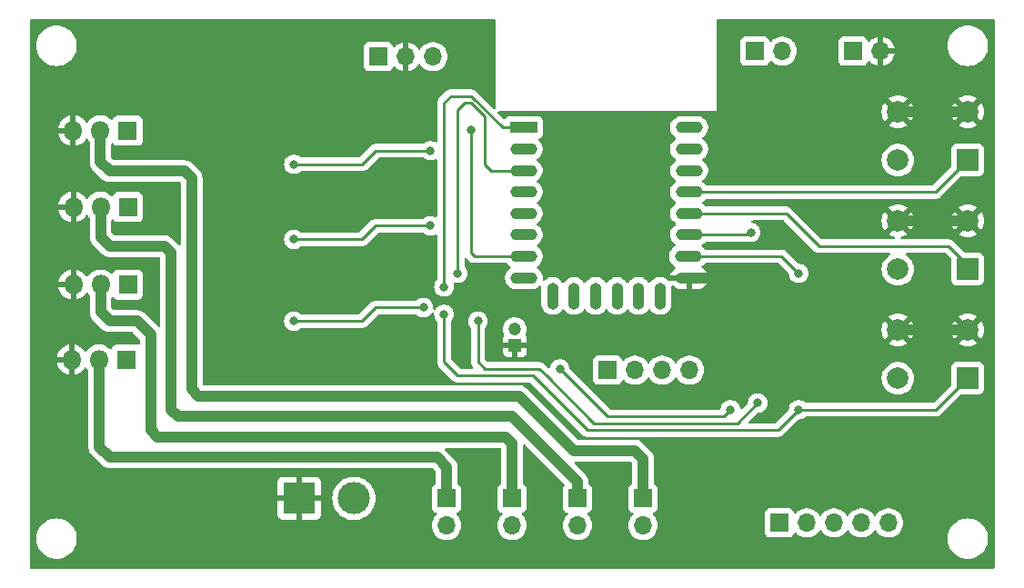
<source format=gbr>
G04 #@! TF.GenerationSoftware,KiCad,Pcbnew,8.0.2*
G04 #@! TF.CreationDate,2024-08-12T21:40:22+02:00*
G04 #@! TF.ProjectId,12v_stripe_controller_mini,3132765f-7374-4726-9970-655f636f6e74,rev?*
G04 #@! TF.SameCoordinates,Original*
G04 #@! TF.FileFunction,Copper,L2,Bot*
G04 #@! TF.FilePolarity,Positive*
%FSLAX46Y46*%
G04 Gerber Fmt 4.6, Leading zero omitted, Abs format (unit mm)*
G04 Created by KiCad (PCBNEW 8.0.2) date 2024-08-12 21:40:22*
%MOMM*%
%LPD*%
G01*
G04 APERTURE LIST*
G04 #@! TA.AperFunction,ComponentPad*
%ADD10R,3.000000X3.000000*%
G04 #@! TD*
G04 #@! TA.AperFunction,ComponentPad*
%ADD11C,3.000000*%
G04 #@! TD*
G04 #@! TA.AperFunction,ComponentPad*
%ADD12R,1.700000X1.700000*%
G04 #@! TD*
G04 #@! TA.AperFunction,ComponentPad*
%ADD13O,1.700000X1.700000*%
G04 #@! TD*
G04 #@! TA.AperFunction,ComponentPad*
%ADD14R,1.800000X1.800000*%
G04 #@! TD*
G04 #@! TA.AperFunction,ComponentPad*
%ADD15O,1.800000X1.800000*%
G04 #@! TD*
G04 #@! TA.AperFunction,ComponentPad*
%ADD16R,2.000000X2.000000*%
G04 #@! TD*
G04 #@! TA.AperFunction,ComponentPad*
%ADD17C,2.000000*%
G04 #@! TD*
G04 #@! TA.AperFunction,ComponentPad*
%ADD18R,2.500000X1.100000*%
G04 #@! TD*
G04 #@! TA.AperFunction,ComponentPad*
%ADD19O,2.500000X1.100000*%
G04 #@! TD*
G04 #@! TA.AperFunction,ComponentPad*
%ADD20O,1.100000X2.500000*%
G04 #@! TD*
G04 #@! TA.AperFunction,ComponentPad*
%ADD21R,1.200000X1.200000*%
G04 #@! TD*
G04 #@! TA.AperFunction,ComponentPad*
%ADD22C,1.200000*%
G04 #@! TD*
G04 #@! TA.AperFunction,ViaPad*
%ADD23C,0.800000*%
G04 #@! TD*
G04 #@! TA.AperFunction,Conductor*
%ADD24C,0.250000*%
G04 #@! TD*
G04 #@! TA.AperFunction,Conductor*
%ADD25C,1.000000*%
G04 #@! TD*
G04 APERTURE END LIST*
D10*
X121793000Y-125730000D03*
D11*
X126873000Y-125730000D03*
D12*
X150495000Y-113792000D03*
D13*
X153035000Y-113792000D03*
X155575000Y-113792000D03*
X158115000Y-113792000D03*
D12*
X129159000Y-84582000D03*
D13*
X131699000Y-84582000D03*
X134239000Y-84582000D03*
D14*
X105816998Y-91472507D03*
D15*
X103276998Y-91472507D03*
X100736998Y-91472507D03*
D14*
X105825666Y-98584507D03*
D15*
X103285666Y-98584507D03*
X100745666Y-98584507D03*
D14*
X105825666Y-105823507D03*
D15*
X103285666Y-105823507D03*
X100745666Y-105823507D03*
D14*
X105698666Y-112808507D03*
D15*
X103158666Y-112808507D03*
X100618666Y-112808507D03*
D16*
X184021800Y-114543400D03*
D17*
X177521800Y-114543400D03*
X184021800Y-110043400D03*
X177521800Y-110043400D03*
D16*
X184021800Y-104383400D03*
D17*
X177521800Y-104383400D03*
X184021800Y-99883400D03*
X177521800Y-99883400D03*
D16*
X184021800Y-94223400D03*
D17*
X177521800Y-94223400D03*
X184021800Y-89723400D03*
X177521800Y-89723400D03*
D18*
X142683000Y-91186000D03*
D19*
X142683000Y-93186000D03*
X142683000Y-95186000D03*
X142683000Y-97186000D03*
X142683000Y-99186000D03*
X142683000Y-101186000D03*
X142683000Y-103186000D03*
X142683000Y-105186000D03*
D20*
X145373000Y-106886000D03*
X147373000Y-106886000D03*
X149373000Y-106886000D03*
X151373000Y-106886000D03*
X153373000Y-106886000D03*
X155373000Y-106886000D03*
D19*
X158083000Y-105186000D03*
X157983000Y-103186000D03*
X158083000Y-101186000D03*
X158083000Y-99186000D03*
X158083000Y-97186000D03*
X158083000Y-95186000D03*
X158083000Y-93186000D03*
X158083000Y-91186000D03*
D21*
X141859000Y-111482000D03*
D22*
X141859000Y-109982000D03*
D12*
X135509000Y-125730000D03*
D13*
X135509000Y-128270000D03*
D12*
X141605000Y-125730000D03*
D13*
X141605000Y-128270000D03*
D12*
X147701000Y-125730000D03*
D13*
X147701000Y-128270000D03*
D12*
X153797000Y-125730000D03*
D13*
X153797000Y-128270000D03*
D12*
X164211000Y-84074000D03*
D13*
X166751000Y-84074000D03*
D12*
X166497000Y-128016000D03*
D13*
X169037000Y-128016000D03*
X171577000Y-128016000D03*
X174117000Y-128016000D03*
X176657000Y-128016000D03*
D12*
X173355000Y-84074000D03*
D13*
X175895000Y-84074000D03*
D23*
X133985000Y-100330000D03*
X121285000Y-101600000D03*
X121285000Y-109220000D03*
X133350000Y-107950000D03*
X133985000Y-93345000D03*
X137795000Y-91440000D03*
X121285000Y-94615000D03*
X123825000Y-99695000D03*
X123825000Y-92710000D03*
X167640000Y-109220000D03*
X136525000Y-110490000D03*
X166370000Y-105410000D03*
X123825000Y-107315000D03*
X132715000Y-86995000D03*
X123825000Y-111760000D03*
X146050000Y-113665000D03*
X161925000Y-117475000D03*
X168275000Y-104775000D03*
X164465000Y-116840000D03*
X136525000Y-104775000D03*
X138430000Y-109220000D03*
X163830000Y-100965000D03*
X135255000Y-108585000D03*
X168275000Y-117475000D03*
X135255000Y-106045000D03*
D24*
X127635000Y-101600000D02*
X128905000Y-100330000D01*
X121285000Y-101600000D02*
X127635000Y-101600000D01*
X128905000Y-100330000D02*
X133985000Y-100330000D01*
X127635000Y-109220000D02*
X128905000Y-107950000D01*
X128905000Y-107950000D02*
X133350000Y-107950000D01*
X121285000Y-109220000D02*
X127635000Y-109220000D01*
X128905000Y-93345000D02*
X133985000Y-93345000D01*
X137795000Y-102870000D02*
X137795000Y-91440000D01*
X138111000Y-103186000D02*
X137795000Y-102870000D01*
X143383000Y-103186000D02*
X138111000Y-103186000D01*
X127635000Y-94615000D02*
X128905000Y-93345000D01*
X121285000Y-94615000D02*
X127635000Y-94615000D01*
D25*
X177521800Y-99883400D02*
X184021800Y-99883400D01*
X166146000Y-105186000D02*
X166370000Y-105410000D01*
X177521800Y-89723400D02*
X184021800Y-89723400D01*
X184021800Y-110043400D02*
X177521800Y-110043400D01*
X167005000Y-108585000D02*
X167640000Y-109220000D01*
X157383000Y-105186000D02*
X166146000Y-105186000D01*
X167005000Y-106045000D02*
X167005000Y-108585000D01*
X166370000Y-105410000D02*
X167005000Y-106045000D01*
D24*
X150495000Y-118110000D02*
X161290000Y-118110000D01*
X161290000Y-118110000D02*
X161925000Y-117475000D01*
X146050000Y-113665000D02*
X150495000Y-118110000D01*
X166686000Y-103186000D02*
X168275000Y-104775000D01*
X157383000Y-103186000D02*
X166686000Y-103186000D01*
X149225000Y-118745000D02*
X162560000Y-118745000D01*
X139636000Y-95186000D02*
X139065000Y-94615000D01*
X139064302Y-113664302D02*
X138430000Y-113030000D01*
X137795000Y-88901396D02*
X137794302Y-88900698D01*
X136525000Y-89535000D02*
X136525000Y-104140000D01*
X144144302Y-113664302D02*
X144780000Y-114300000D01*
X137793604Y-88900000D02*
X137160000Y-88900000D01*
X144780000Y-114300000D02*
X149225000Y-118745000D01*
X137160000Y-88900000D02*
X136525000Y-89535000D01*
X143383000Y-95186000D02*
X139636000Y-95186000D01*
X162560000Y-118745000D02*
X164465000Y-116840000D01*
X137794302Y-88900698D02*
X137793604Y-88900000D01*
X139065000Y-90171396D02*
X138429302Y-89535698D01*
X138430000Y-113030000D02*
X138430000Y-109220000D01*
X139065000Y-94615000D02*
X139065000Y-90171396D01*
X144144302Y-113664302D02*
X139064302Y-113664302D01*
X136525000Y-104140000D02*
X136525000Y-104775000D01*
X138429302Y-89535698D02*
X137795000Y-88901396D01*
X157383000Y-101186000D02*
X163609000Y-101186000D01*
X163609000Y-101186000D02*
X163830000Y-100965000D01*
X135890000Y-88265000D02*
X135255000Y-88900000D01*
X181090200Y-117475000D02*
X184021800Y-114543400D01*
X135255000Y-113030000D02*
X136525000Y-114300000D01*
X140716000Y-91186000D02*
X137795000Y-88265000D01*
X143510000Y-114300000D02*
X148590000Y-119380000D01*
X135255000Y-88900000D02*
X135255000Y-105410000D01*
X135255000Y-113030000D02*
X135255000Y-108585000D01*
X137795000Y-88265000D02*
X135890000Y-88265000D01*
X143383000Y-91186000D02*
X140716000Y-91186000D01*
X136525000Y-114300000D02*
X143510000Y-114300000D01*
X168275000Y-117475000D02*
X181090200Y-117475000D01*
X148590000Y-119380000D02*
X166370000Y-119380000D01*
X135255000Y-105410000D02*
X135255000Y-106045000D01*
X166370000Y-119380000D02*
X168275000Y-117475000D01*
X157383000Y-99186000D02*
X167131000Y-99186000D01*
X170180000Y-102235000D02*
X182245000Y-102235000D01*
X184021800Y-104011800D02*
X184021800Y-104383400D01*
X182245000Y-102235000D02*
X184021800Y-104011800D01*
X167131000Y-99186000D02*
X170180000Y-102235000D01*
X157383000Y-97186000D02*
X181059200Y-97186000D01*
X181059200Y-97186000D02*
X184021800Y-94223400D01*
D25*
X103158666Y-112808507D02*
X103158666Y-120938666D01*
X103158666Y-120938666D02*
X104140000Y-121920000D01*
X134620000Y-121920000D02*
X135509000Y-122809000D01*
X104140000Y-121920000D02*
X134620000Y-121920000D01*
X135509000Y-122809000D02*
X135509000Y-125730000D01*
X147320000Y-121285000D02*
X153035000Y-121285000D01*
X153797000Y-122047000D02*
X153797000Y-125730000D01*
X153035000Y-121285000D02*
X153797000Y-122047000D01*
X103276998Y-91472507D02*
X103276998Y-94386998D01*
X104140000Y-95250000D02*
X111125000Y-95250000D01*
X142240000Y-116205000D02*
X147320000Y-121285000D01*
X103276998Y-94386998D02*
X104140000Y-95250000D01*
X112395000Y-116205000D02*
X142240000Y-116205000D01*
X111760000Y-115570000D02*
X112395000Y-116205000D01*
X111125000Y-95250000D02*
X111760000Y-95885000D01*
X111760000Y-95885000D02*
X111760000Y-115570000D01*
X109220000Y-102235000D02*
X109855000Y-102870000D01*
X141605000Y-118110000D02*
X147701000Y-124206000D01*
X147701000Y-124206000D02*
X147701000Y-125730000D01*
X104140000Y-102235000D02*
X109220000Y-102235000D01*
X109855000Y-102870000D02*
X109855000Y-117475000D01*
X103285666Y-101380666D02*
X104140000Y-102235000D01*
X103285666Y-98584507D02*
X103285666Y-101380666D01*
X110490000Y-118110000D02*
X141605000Y-118110000D01*
X109855000Y-117475000D02*
X110490000Y-118110000D01*
X108585000Y-120015000D02*
X140970000Y-120015000D01*
X103285666Y-105823507D02*
X103285666Y-108365666D01*
X107950000Y-119380000D02*
X108585000Y-120015000D01*
X103285666Y-108365666D02*
X104140000Y-109220000D01*
X107950000Y-110490000D02*
X107950000Y-119380000D01*
X141605000Y-120650000D02*
X141605000Y-125730000D01*
X140970000Y-120015000D02*
X141605000Y-120650000D01*
X106680000Y-109220000D02*
X107950000Y-110490000D01*
X104140000Y-109220000D02*
X106680000Y-109220000D01*
G04 #@! TA.AperFunction,Conductor*
G36*
X140023121Y-81096502D02*
G01*
X140069614Y-81150158D01*
X140081000Y-81202500D01*
X140081000Y-89350906D01*
X140060998Y-89419027D01*
X140007342Y-89465520D01*
X139937068Y-89475624D01*
X139872488Y-89446130D01*
X139865905Y-89440001D01*
X138198835Y-87772931D01*
X138198833Y-87772929D01*
X138095075Y-87703600D01*
X137979785Y-87655845D01*
X137906086Y-87641185D01*
X137857396Y-87631500D01*
X137857394Y-87631500D01*
X135827606Y-87631500D01*
X135827600Y-87631500D01*
X135705217Y-87655844D01*
X135705209Y-87655846D01*
X135671447Y-87669830D01*
X135671447Y-87669831D01*
X135589925Y-87703599D01*
X135486167Y-87772927D01*
X134851168Y-88407928D01*
X134851167Y-88407929D01*
X134762931Y-88496164D01*
X134762926Y-88496171D01*
X134693601Y-88599923D01*
X134645846Y-88715212D01*
X134621500Y-88837603D01*
X134621500Y-92439888D01*
X134601498Y-92508009D01*
X134547842Y-92554502D01*
X134477568Y-92564606D01*
X134444251Y-92554995D01*
X134441753Y-92553882D01*
X134441752Y-92553882D01*
X134267288Y-92476206D01*
X134080487Y-92436500D01*
X133889513Y-92436500D01*
X133702711Y-92476206D01*
X133528247Y-92553882D01*
X133373747Y-92666133D01*
X133370437Y-92669810D01*
X133309991Y-92707050D01*
X133276800Y-92711500D01*
X128842603Y-92711500D01*
X128769568Y-92726028D01*
X128720215Y-92735845D01*
X128720213Y-92735845D01*
X128720212Y-92735846D01*
X128671528Y-92756012D01*
X128631699Y-92772510D01*
X128604923Y-92783601D01*
X128501171Y-92852926D01*
X128501164Y-92852931D01*
X127409501Y-93944595D01*
X127347189Y-93978621D01*
X127320406Y-93981500D01*
X121993200Y-93981500D01*
X121925079Y-93961498D01*
X121899563Y-93939810D01*
X121896252Y-93936133D01*
X121741752Y-93823882D01*
X121567288Y-93746206D01*
X121380487Y-93706500D01*
X121189513Y-93706500D01*
X121002711Y-93746206D01*
X120828247Y-93823882D01*
X120673744Y-93936135D01*
X120545965Y-94078048D01*
X120545958Y-94078058D01*
X120450476Y-94243438D01*
X120450473Y-94243445D01*
X120391457Y-94425072D01*
X120371496Y-94615000D01*
X120391457Y-94804927D01*
X120406729Y-94851927D01*
X120450473Y-94986556D01*
X120450476Y-94986561D01*
X120545958Y-95151941D01*
X120545965Y-95151951D01*
X120673744Y-95293864D01*
X120673747Y-95293866D01*
X120828248Y-95406118D01*
X121002712Y-95483794D01*
X121189513Y-95523500D01*
X121380487Y-95523500D01*
X121567288Y-95483794D01*
X121741752Y-95406118D01*
X121896253Y-95293866D01*
X121899281Y-95290502D01*
X121899563Y-95290190D01*
X121960009Y-95252950D01*
X121993200Y-95248500D01*
X127697393Y-95248500D01*
X127697394Y-95248500D01*
X127819785Y-95224155D01*
X127935075Y-95176400D01*
X128038833Y-95107071D01*
X129130499Y-94015405D01*
X129192811Y-93981379D01*
X129219594Y-93978500D01*
X133276800Y-93978500D01*
X133344921Y-93998502D01*
X133370437Y-94020190D01*
X133373747Y-94023866D01*
X133528248Y-94136118D01*
X133702712Y-94213794D01*
X133889513Y-94253500D01*
X134080487Y-94253500D01*
X134267288Y-94213794D01*
X134441752Y-94136118D01*
X134441756Y-94136114D01*
X134444251Y-94135004D01*
X134514618Y-94125570D01*
X134578915Y-94155676D01*
X134616728Y-94215765D01*
X134621500Y-94250111D01*
X134621500Y-99424888D01*
X134601498Y-99493009D01*
X134547842Y-99539502D01*
X134477568Y-99549606D01*
X134444251Y-99539995D01*
X134441753Y-99538882D01*
X134441752Y-99538882D01*
X134267288Y-99461206D01*
X134080487Y-99421500D01*
X133889513Y-99421500D01*
X133702711Y-99461206D01*
X133528247Y-99538882D01*
X133373747Y-99651133D01*
X133370437Y-99654810D01*
X133309991Y-99692050D01*
X133276800Y-99696500D01*
X128842603Y-99696500D01*
X128769568Y-99711028D01*
X128720215Y-99720845D01*
X128720213Y-99720845D01*
X128720212Y-99720846D01*
X128604923Y-99768601D01*
X128501171Y-99837926D01*
X128501164Y-99837931D01*
X127409501Y-100929595D01*
X127347189Y-100963621D01*
X127320406Y-100966500D01*
X121993200Y-100966500D01*
X121925079Y-100946498D01*
X121899563Y-100924810D01*
X121896252Y-100921133D01*
X121741752Y-100808882D01*
X121567288Y-100731206D01*
X121380487Y-100691500D01*
X121189513Y-100691500D01*
X121002711Y-100731206D01*
X120828247Y-100808882D01*
X120673744Y-100921135D01*
X120545965Y-101063048D01*
X120545958Y-101063058D01*
X120451595Y-101226500D01*
X120450473Y-101228444D01*
X120448307Y-101235111D01*
X120391457Y-101410072D01*
X120371496Y-101600000D01*
X120391457Y-101789927D01*
X120414471Y-101860755D01*
X120450473Y-101971556D01*
X120450476Y-101971561D01*
X120545958Y-102136941D01*
X120545965Y-102136951D01*
X120673744Y-102278864D01*
X120734999Y-102323368D01*
X120828248Y-102391118D01*
X121002712Y-102468794D01*
X121189513Y-102508500D01*
X121380487Y-102508500D01*
X121567288Y-102468794D01*
X121741752Y-102391118D01*
X121896253Y-102278866D01*
X121899563Y-102275190D01*
X121960009Y-102237950D01*
X121993200Y-102233500D01*
X127697393Y-102233500D01*
X127697394Y-102233500D01*
X127819785Y-102209155D01*
X127935075Y-102161400D01*
X128038833Y-102092071D01*
X129130499Y-101000405D01*
X129192811Y-100966379D01*
X129219594Y-100963500D01*
X133276800Y-100963500D01*
X133344921Y-100983502D01*
X133370437Y-101005190D01*
X133373747Y-101008866D01*
X133528248Y-101121118D01*
X133702712Y-101198794D01*
X133889513Y-101238500D01*
X134080487Y-101238500D01*
X134267288Y-101198794D01*
X134441752Y-101121118D01*
X134441756Y-101121114D01*
X134444251Y-101120004D01*
X134514618Y-101110570D01*
X134578915Y-101140676D01*
X134616728Y-101200765D01*
X134621500Y-101235111D01*
X134621500Y-105342474D01*
X134601498Y-105410595D01*
X134589137Y-105426784D01*
X134515957Y-105508059D01*
X134424718Y-105666091D01*
X134420473Y-105673444D01*
X134405999Y-105717986D01*
X134361457Y-105855072D01*
X134341496Y-106045000D01*
X134361457Y-106234927D01*
X134390239Y-106323507D01*
X134420473Y-106416556D01*
X134420476Y-106416561D01*
X134515958Y-106581941D01*
X134515965Y-106581951D01*
X134643744Y-106723864D01*
X134643747Y-106723866D01*
X134798248Y-106836118D01*
X134972712Y-106913794D01*
X135159513Y-106953500D01*
X135350487Y-106953500D01*
X135537288Y-106913794D01*
X135711752Y-106836118D01*
X135866253Y-106723866D01*
X135895313Y-106691592D01*
X135994034Y-106581951D01*
X135994035Y-106581949D01*
X135994040Y-106581944D01*
X136089527Y-106416556D01*
X136148542Y-106234928D01*
X136168504Y-106045000D01*
X136148542Y-105855072D01*
X136141789Y-105834289D01*
X136135254Y-105814176D01*
X136133226Y-105743208D01*
X136169888Y-105682410D01*
X136233601Y-105651085D01*
X136281285Y-105651993D01*
X136429509Y-105683500D01*
X136429513Y-105683500D01*
X136620487Y-105683500D01*
X136807288Y-105643794D01*
X136981752Y-105566118D01*
X137136253Y-105453866D01*
X137143278Y-105446064D01*
X137264034Y-105311951D01*
X137264035Y-105311949D01*
X137264040Y-105311944D01*
X137359527Y-105146556D01*
X137418542Y-104964928D01*
X137438504Y-104775000D01*
X137418542Y-104585072D01*
X137359527Y-104403444D01*
X137275357Y-104257657D01*
X137264042Y-104238059D01*
X137264041Y-104238058D01*
X137264040Y-104238056D01*
X137190863Y-104156784D01*
X137160146Y-104092776D01*
X137158500Y-104072474D01*
X137158500Y-103433594D01*
X137178502Y-103365473D01*
X137232158Y-103318980D01*
X137302432Y-103308876D01*
X137367012Y-103338370D01*
X137373595Y-103344499D01*
X137618929Y-103589833D01*
X137707167Y-103678071D01*
X137810925Y-103747400D01*
X137926215Y-103795155D01*
X138048606Y-103819500D01*
X141067363Y-103819500D01*
X141135484Y-103839502D01*
X141156458Y-103856404D01*
X141160808Y-103860754D01*
X141160809Y-103860755D01*
X141308245Y-104008191D01*
X141368012Y-104048126D01*
X141417563Y-104081235D01*
X141463091Y-104135712D01*
X141471939Y-104206155D01*
X141441298Y-104270199D01*
X141417563Y-104290765D01*
X141308249Y-104363806D01*
X141308242Y-104363811D01*
X141160811Y-104511242D01*
X141160806Y-104511249D01*
X141044969Y-104684611D01*
X140965179Y-104877241D01*
X140965177Y-104877246D01*
X140924500Y-105081743D01*
X140924500Y-105290256D01*
X140965177Y-105494753D01*
X140965179Y-105494758D01*
X141011909Y-105607573D01*
X141044969Y-105687388D01*
X141160809Y-105860755D01*
X141308245Y-106008191D01*
X141481612Y-106124031D01*
X141674247Y-106203823D01*
X141878747Y-106244500D01*
X141878748Y-106244500D01*
X143487252Y-106244500D01*
X143487253Y-106244500D01*
X143691753Y-106203823D01*
X143884388Y-106124031D01*
X144057755Y-106008191D01*
X144102809Y-105963136D01*
X144165117Y-105929114D01*
X144235932Y-105934178D01*
X144292768Y-105976724D01*
X144317580Y-106043244D01*
X144315481Y-106076809D01*
X144314501Y-106081736D01*
X144314500Y-106081748D01*
X144314500Y-107690256D01*
X144335113Y-107793882D01*
X144355177Y-107894753D01*
X144434969Y-108087388D01*
X144550809Y-108260755D01*
X144698245Y-108408191D01*
X144871612Y-108524031D01*
X145064247Y-108603823D01*
X145268747Y-108644500D01*
X145268748Y-108644500D01*
X145477252Y-108644500D01*
X145477253Y-108644500D01*
X145681753Y-108603823D01*
X145874388Y-108524031D01*
X146047755Y-108408191D01*
X146195191Y-108260755D01*
X146202259Y-108250176D01*
X146268235Y-108151437D01*
X146322711Y-108105909D01*
X146393154Y-108097060D01*
X146457199Y-108127701D01*
X146477765Y-108151437D01*
X146550802Y-108260746D01*
X146550807Y-108260752D01*
X146550809Y-108260755D01*
X146698245Y-108408191D01*
X146871612Y-108524031D01*
X147064247Y-108603823D01*
X147268747Y-108644500D01*
X147268748Y-108644500D01*
X147477252Y-108644500D01*
X147477253Y-108644500D01*
X147681753Y-108603823D01*
X147874388Y-108524031D01*
X148047755Y-108408191D01*
X148195191Y-108260755D01*
X148202259Y-108250176D01*
X148268235Y-108151437D01*
X148322711Y-108105909D01*
X148393154Y-108097060D01*
X148457199Y-108127701D01*
X148477765Y-108151437D01*
X148550802Y-108260746D01*
X148550807Y-108260752D01*
X148550809Y-108260755D01*
X148698245Y-108408191D01*
X148871612Y-108524031D01*
X149064247Y-108603823D01*
X149268747Y-108644500D01*
X149268748Y-108644500D01*
X149477252Y-108644500D01*
X149477253Y-108644500D01*
X149681753Y-108603823D01*
X149874388Y-108524031D01*
X150047755Y-108408191D01*
X150195191Y-108260755D01*
X150202259Y-108250176D01*
X150268235Y-108151437D01*
X150322711Y-108105909D01*
X150393154Y-108097060D01*
X150457199Y-108127701D01*
X150477765Y-108151437D01*
X150550802Y-108260746D01*
X150550807Y-108260752D01*
X150550809Y-108260755D01*
X150698245Y-108408191D01*
X150871612Y-108524031D01*
X151064247Y-108603823D01*
X151268747Y-108644500D01*
X151268748Y-108644500D01*
X151477252Y-108644500D01*
X151477253Y-108644500D01*
X151681753Y-108603823D01*
X151874388Y-108524031D01*
X152047755Y-108408191D01*
X152195191Y-108260755D01*
X152202259Y-108250176D01*
X152268235Y-108151437D01*
X152322711Y-108105909D01*
X152393154Y-108097060D01*
X152457199Y-108127701D01*
X152477765Y-108151437D01*
X152550802Y-108260746D01*
X152550807Y-108260752D01*
X152550809Y-108260755D01*
X152698245Y-108408191D01*
X152871612Y-108524031D01*
X153064247Y-108603823D01*
X153268747Y-108644500D01*
X153268748Y-108644500D01*
X153477252Y-108644500D01*
X153477253Y-108644500D01*
X153681753Y-108603823D01*
X153874388Y-108524031D01*
X154047755Y-108408191D01*
X154195191Y-108260755D01*
X154202259Y-108250176D01*
X154268235Y-108151437D01*
X154322711Y-108105909D01*
X154393154Y-108097060D01*
X154457199Y-108127701D01*
X154477765Y-108151437D01*
X154550802Y-108260746D01*
X154550807Y-108260752D01*
X154550809Y-108260755D01*
X154698245Y-108408191D01*
X154871612Y-108524031D01*
X155064247Y-108603823D01*
X155268747Y-108644500D01*
X155268748Y-108644500D01*
X155477252Y-108644500D01*
X155477253Y-108644500D01*
X155681753Y-108603823D01*
X155874388Y-108524031D01*
X156047755Y-108408191D01*
X156195191Y-108260755D01*
X156311031Y-108087388D01*
X156390823Y-107894753D01*
X156431500Y-107690253D01*
X156431500Y-106081747D01*
X156425377Y-106050965D01*
X156431704Y-105980253D01*
X156475258Y-105924185D01*
X156542210Y-105900565D01*
X156611304Y-105916891D01*
X156638051Y-105937289D01*
X156708561Y-106007799D01*
X156708568Y-106007804D01*
X156881848Y-106123586D01*
X157074389Y-106203339D01*
X157074392Y-106203340D01*
X157278792Y-106243999D01*
X157278796Y-106244000D01*
X157829000Y-106244000D01*
X158337000Y-106244000D01*
X158887204Y-106244000D01*
X158887207Y-106243999D01*
X159091607Y-106203340D01*
X159091610Y-106203339D01*
X159284151Y-106123586D01*
X159457431Y-106007804D01*
X159457438Y-106007799D01*
X159604799Y-105860438D01*
X159604804Y-105860431D01*
X159720586Y-105687151D01*
X159800338Y-105494612D01*
X159800340Y-105494607D01*
X159811203Y-105440000D01*
X158337000Y-105440000D01*
X158337000Y-106244000D01*
X157829000Y-106244000D01*
X157829000Y-105440000D01*
X157588618Y-105440000D01*
X157643064Y-105385554D01*
X157685851Y-105311445D01*
X157708000Y-105228787D01*
X157708000Y-105143213D01*
X157685851Y-105060555D01*
X157643064Y-104986446D01*
X157588618Y-104932000D01*
X159811202Y-104932000D01*
X159800340Y-104877392D01*
X159800338Y-104877387D01*
X159720586Y-104684848D01*
X159604804Y-104511568D01*
X159604799Y-104511561D01*
X159457438Y-104364200D01*
X159457431Y-104364195D01*
X159297986Y-104257657D01*
X159252458Y-104203180D01*
X159243610Y-104132737D01*
X159274251Y-104068693D01*
X159297983Y-104048128D01*
X159357755Y-104008191D01*
X159505191Y-103860755D01*
X159505191Y-103860754D01*
X159509542Y-103856404D01*
X159571854Y-103822379D01*
X159598637Y-103819500D01*
X166371406Y-103819500D01*
X166439527Y-103839502D01*
X166460501Y-103856405D01*
X167327877Y-104723781D01*
X167361903Y-104786093D01*
X167364092Y-104799705D01*
X167381457Y-104964927D01*
X167402988Y-105031190D01*
X167440473Y-105146556D01*
X167440476Y-105146561D01*
X167535958Y-105311941D01*
X167535965Y-105311951D01*
X167663744Y-105453864D01*
X167717054Y-105492596D01*
X167818248Y-105566118D01*
X167992712Y-105643794D01*
X168179513Y-105683500D01*
X168370487Y-105683500D01*
X168557288Y-105643794D01*
X168731752Y-105566118D01*
X168886253Y-105453866D01*
X168893278Y-105446064D01*
X169014034Y-105311951D01*
X169014035Y-105311949D01*
X169014040Y-105311944D01*
X169109527Y-105146556D01*
X169168542Y-104964928D01*
X169188504Y-104775000D01*
X169168542Y-104585072D01*
X169109527Y-104403444D01*
X169014040Y-104238056D01*
X169014038Y-104238054D01*
X169014034Y-104238048D01*
X168886255Y-104096135D01*
X168731752Y-103983882D01*
X168557288Y-103906206D01*
X168370487Y-103866500D01*
X168314594Y-103866500D01*
X168246473Y-103846498D01*
X168225499Y-103829595D01*
X167089835Y-102693931D01*
X167089833Y-102693929D01*
X166986075Y-102624600D01*
X166870785Y-102576845D01*
X166797086Y-102562185D01*
X166748396Y-102552500D01*
X166748394Y-102552500D01*
X159598637Y-102552500D01*
X159530516Y-102532498D01*
X159509542Y-102515596D01*
X159462739Y-102468793D01*
X159357755Y-102363809D01*
X159328671Y-102344376D01*
X159298436Y-102324173D01*
X159252908Y-102269696D01*
X159244060Y-102199253D01*
X159274702Y-102135209D01*
X159298428Y-102114649D01*
X159457755Y-102008191D01*
X159605191Y-101860755D01*
X159605191Y-101860754D01*
X159609542Y-101856404D01*
X159671854Y-101822379D01*
X159698637Y-101819500D01*
X163488824Y-101819500D01*
X163540072Y-101830393D01*
X163547709Y-101833793D01*
X163547710Y-101833793D01*
X163547712Y-101833794D01*
X163734513Y-101873500D01*
X163925487Y-101873500D01*
X164112288Y-101833794D01*
X164286752Y-101756118D01*
X164441253Y-101643866D01*
X164457479Y-101625845D01*
X164569034Y-101501951D01*
X164569035Y-101501949D01*
X164569040Y-101501944D01*
X164664527Y-101336556D01*
X164723542Y-101154928D01*
X164743504Y-100965000D01*
X164723542Y-100775072D01*
X164664527Y-100593444D01*
X164569040Y-100428056D01*
X164569038Y-100428054D01*
X164569034Y-100428048D01*
X164441255Y-100286135D01*
X164286752Y-100173882D01*
X164112288Y-100096206D01*
X164041855Y-100081235D01*
X163983103Y-100068746D01*
X163920631Y-100035018D01*
X163886309Y-99972869D01*
X163891037Y-99902030D01*
X163933313Y-99844992D01*
X163999714Y-99819865D01*
X164009301Y-99819500D01*
X166816406Y-99819500D01*
X166884527Y-99839502D01*
X166905500Y-99856404D01*
X169776167Y-102727071D01*
X169879925Y-102796400D01*
X169995215Y-102844155D01*
X170117606Y-102868500D01*
X170242394Y-102868500D01*
X176660040Y-102868500D01*
X176728161Y-102888502D01*
X176774654Y-102942158D01*
X176784758Y-103012432D01*
X176755264Y-103077012D01*
X176725877Y-103101930D01*
X176668337Y-103137192D01*
X176632382Y-103159225D01*
X176632380Y-103159226D01*
X176451830Y-103313430D01*
X176297626Y-103493980D01*
X176297625Y-103493982D01*
X176173559Y-103696438D01*
X176082694Y-103915807D01*
X176027265Y-104146689D01*
X176008635Y-104383400D01*
X176027265Y-104620110D01*
X176082694Y-104850992D01*
X176167974Y-105056876D01*
X176173560Y-105070363D01*
X176223021Y-105151076D01*
X176297625Y-105272817D01*
X176297626Y-105272819D01*
X176451830Y-105453369D01*
X176632380Y-105607573D01*
X176632384Y-105607576D01*
X176834837Y-105731640D01*
X177054206Y-105822505D01*
X177285089Y-105877935D01*
X177521800Y-105896565D01*
X177758511Y-105877935D01*
X177989394Y-105822505D01*
X178208763Y-105731640D01*
X178411216Y-105607576D01*
X178591769Y-105453369D01*
X178745976Y-105272816D01*
X178870040Y-105070363D01*
X178960905Y-104850994D01*
X179016335Y-104620111D01*
X179034965Y-104383400D01*
X179016335Y-104146689D01*
X178960905Y-103915806D01*
X178870040Y-103696437D01*
X178745976Y-103493984D01*
X178709601Y-103451394D01*
X178591769Y-103313430D01*
X178411219Y-103159226D01*
X178411217Y-103159225D01*
X178411216Y-103159224D01*
X178317723Y-103101931D01*
X178270094Y-103049285D01*
X178258487Y-102979244D01*
X178286590Y-102914046D01*
X178345480Y-102874392D01*
X178383560Y-102868500D01*
X181930406Y-102868500D01*
X181998527Y-102888502D01*
X182019501Y-102905405D01*
X182476395Y-103362299D01*
X182510421Y-103424611D01*
X182513300Y-103451394D01*
X182513300Y-105432049D01*
X182519809Y-105492596D01*
X182519811Y-105492604D01*
X182570910Y-105629602D01*
X182570912Y-105629607D01*
X182658538Y-105746661D01*
X182775592Y-105834287D01*
X182775594Y-105834288D01*
X182775596Y-105834289D01*
X182831317Y-105855072D01*
X182912595Y-105885388D01*
X182912603Y-105885390D01*
X182973150Y-105891899D01*
X182973155Y-105891899D01*
X182973162Y-105891900D01*
X182973168Y-105891900D01*
X185070432Y-105891900D01*
X185070438Y-105891900D01*
X185070445Y-105891899D01*
X185070449Y-105891899D01*
X185130996Y-105885390D01*
X185130999Y-105885389D01*
X185131001Y-105885389D01*
X185268004Y-105834289D01*
X185385061Y-105746661D01*
X185429610Y-105687151D01*
X185472687Y-105629607D01*
X185472687Y-105629606D01*
X185472689Y-105629604D01*
X185521291Y-105499299D01*
X185523788Y-105492604D01*
X185523790Y-105492596D01*
X185530299Y-105432049D01*
X185530300Y-105432032D01*
X185530300Y-103334767D01*
X185530299Y-103334750D01*
X185523790Y-103274203D01*
X185523788Y-103274195D01*
X185472689Y-103137197D01*
X185472687Y-103137192D01*
X185385061Y-103020138D01*
X185268007Y-102932512D01*
X185268002Y-102932510D01*
X185131004Y-102881411D01*
X185130996Y-102881409D01*
X185070449Y-102874900D01*
X185070438Y-102874900D01*
X183832995Y-102874900D01*
X183764874Y-102854898D01*
X183743900Y-102837995D01*
X182648835Y-101742931D01*
X182648833Y-101742929D01*
X182545075Y-101673600D01*
X182429785Y-101625845D01*
X182356086Y-101611185D01*
X182307396Y-101601500D01*
X182307394Y-101601500D01*
X177889723Y-101601500D01*
X177821602Y-101581498D01*
X177775109Y-101527842D01*
X177765005Y-101457568D01*
X177794499Y-101392988D01*
X177854225Y-101354604D01*
X177860309Y-101352981D01*
X177989237Y-101322028D01*
X178208538Y-101231191D01*
X178395690Y-101116502D01*
X178395691Y-101116502D01*
X177646747Y-100367558D01*
X177714793Y-100349325D01*
X177828807Y-100283499D01*
X177921899Y-100190407D01*
X177987725Y-100076393D01*
X178005958Y-100008347D01*
X178754902Y-100757291D01*
X178754902Y-100757290D01*
X178869591Y-100570138D01*
X178960428Y-100350837D01*
X179015839Y-100120032D01*
X179034462Y-99883400D01*
X182509137Y-99883400D01*
X182527760Y-100120032D01*
X182583171Y-100350837D01*
X182674008Y-100570138D01*
X182788696Y-100757290D01*
X182788697Y-100757290D01*
X183537641Y-100008346D01*
X183555875Y-100076393D01*
X183621701Y-100190407D01*
X183714793Y-100283499D01*
X183828807Y-100349325D01*
X183896851Y-100367557D01*
X183147907Y-101116501D01*
X183147908Y-101116502D01*
X183335061Y-101231191D01*
X183554362Y-101322028D01*
X183785167Y-101377439D01*
X184021800Y-101396062D01*
X184258432Y-101377439D01*
X184489237Y-101322028D01*
X184708538Y-101231191D01*
X184895690Y-101116502D01*
X184895691Y-101116502D01*
X184146747Y-100367558D01*
X184214793Y-100349325D01*
X184328807Y-100283499D01*
X184421899Y-100190407D01*
X184487725Y-100076393D01*
X184505958Y-100008347D01*
X185254902Y-100757291D01*
X185254902Y-100757290D01*
X185369591Y-100570138D01*
X185460428Y-100350837D01*
X185515839Y-100120032D01*
X185534462Y-99883400D01*
X185515839Y-99646767D01*
X185460428Y-99415962D01*
X185369591Y-99196661D01*
X185254902Y-99009508D01*
X185254901Y-99009507D01*
X184505957Y-99758451D01*
X184487725Y-99690407D01*
X184421899Y-99576393D01*
X184328807Y-99483301D01*
X184214793Y-99417475D01*
X184146746Y-99399241D01*
X184895690Y-98650297D01*
X184895690Y-98650296D01*
X184708538Y-98535608D01*
X184489237Y-98444771D01*
X184258432Y-98389360D01*
X184021800Y-98370737D01*
X183785167Y-98389360D01*
X183554362Y-98444771D01*
X183335066Y-98535606D01*
X183147908Y-98650297D01*
X183147908Y-98650298D01*
X183896852Y-99399242D01*
X183828807Y-99417475D01*
X183714793Y-99483301D01*
X183621701Y-99576393D01*
X183555875Y-99690407D01*
X183537642Y-99758452D01*
X182788698Y-99009508D01*
X182788697Y-99009508D01*
X182674006Y-99196666D01*
X182583171Y-99415962D01*
X182527760Y-99646767D01*
X182509137Y-99883400D01*
X179034462Y-99883400D01*
X179015839Y-99646767D01*
X178960428Y-99415962D01*
X178869591Y-99196661D01*
X178754902Y-99009508D01*
X178754901Y-99009507D01*
X178005957Y-99758451D01*
X177987725Y-99690407D01*
X177921899Y-99576393D01*
X177828807Y-99483301D01*
X177714793Y-99417475D01*
X177646746Y-99399241D01*
X178395690Y-98650297D01*
X178395690Y-98650296D01*
X178208538Y-98535608D01*
X177989237Y-98444771D01*
X177758432Y-98389360D01*
X177521800Y-98370737D01*
X177285167Y-98389360D01*
X177054362Y-98444771D01*
X176835066Y-98535606D01*
X176647908Y-98650297D01*
X176647908Y-98650298D01*
X177396852Y-99399242D01*
X177328807Y-99417475D01*
X177214793Y-99483301D01*
X177121701Y-99576393D01*
X177055875Y-99690407D01*
X177037642Y-99758452D01*
X176288698Y-99009508D01*
X176288697Y-99009508D01*
X176174006Y-99196666D01*
X176083171Y-99415962D01*
X176027760Y-99646767D01*
X176009137Y-99883400D01*
X176027760Y-100120032D01*
X176083171Y-100350837D01*
X176174008Y-100570138D01*
X176288696Y-100757290D01*
X176288697Y-100757290D01*
X177037641Y-100008346D01*
X177055875Y-100076393D01*
X177121701Y-100190407D01*
X177214793Y-100283499D01*
X177328807Y-100349325D01*
X177396851Y-100367557D01*
X176647907Y-101116501D01*
X176647908Y-101116502D01*
X176835061Y-101231191D01*
X177054362Y-101322028D01*
X177183291Y-101352981D01*
X177244860Y-101388333D01*
X177277543Y-101451360D01*
X177270963Y-101522051D01*
X177227208Y-101577962D01*
X177160172Y-101601343D01*
X177153877Y-101601500D01*
X170494594Y-101601500D01*
X170426473Y-101581498D01*
X170405499Y-101564595D01*
X167534835Y-98693931D01*
X167534833Y-98693929D01*
X167431075Y-98624600D01*
X167315785Y-98576845D01*
X167242086Y-98562185D01*
X167193396Y-98552500D01*
X167193394Y-98552500D01*
X159698637Y-98552500D01*
X159630516Y-98532498D01*
X159609542Y-98515596D01*
X159538717Y-98444771D01*
X159457755Y-98363809D01*
X159457751Y-98363806D01*
X159457746Y-98363802D01*
X159348437Y-98290765D01*
X159302909Y-98236289D01*
X159294060Y-98165846D01*
X159324701Y-98101801D01*
X159348437Y-98081235D01*
X159457746Y-98008197D01*
X159457745Y-98008197D01*
X159457755Y-98008191D01*
X159605191Y-97860755D01*
X159605191Y-97860754D01*
X159609542Y-97856404D01*
X159671854Y-97822379D01*
X159698637Y-97819500D01*
X181121593Y-97819500D01*
X181121594Y-97819500D01*
X181243985Y-97795155D01*
X181359275Y-97747400D01*
X181463033Y-97678071D01*
X183372299Y-95768805D01*
X183434611Y-95734779D01*
X183461394Y-95731900D01*
X185070432Y-95731900D01*
X185070438Y-95731900D01*
X185070445Y-95731899D01*
X185070449Y-95731899D01*
X185130996Y-95725390D01*
X185130999Y-95725389D01*
X185131001Y-95725389D01*
X185268004Y-95674289D01*
X185385061Y-95586661D01*
X185453863Y-95494753D01*
X185472687Y-95469607D01*
X185472687Y-95469606D01*
X185472689Y-95469604D01*
X185523789Y-95332601D01*
X185527954Y-95293866D01*
X185530299Y-95272049D01*
X185530300Y-95272032D01*
X185530300Y-93174767D01*
X185530299Y-93174750D01*
X185523790Y-93114203D01*
X185523788Y-93114195D01*
X185472689Y-92977197D01*
X185472687Y-92977192D01*
X185385061Y-92860138D01*
X185268007Y-92772512D01*
X185268002Y-92772510D01*
X185131004Y-92721411D01*
X185130996Y-92721409D01*
X185070449Y-92714900D01*
X185070438Y-92714900D01*
X182973162Y-92714900D01*
X182973150Y-92714900D01*
X182912603Y-92721409D01*
X182912595Y-92721411D01*
X182775597Y-92772510D01*
X182775592Y-92772512D01*
X182658538Y-92860138D01*
X182570912Y-92977192D01*
X182570910Y-92977197D01*
X182519811Y-93114195D01*
X182519809Y-93114203D01*
X182513300Y-93174750D01*
X182513300Y-94783806D01*
X182493298Y-94851927D01*
X182476395Y-94872901D01*
X180833701Y-96515595D01*
X180771389Y-96549621D01*
X180744606Y-96552500D01*
X159698637Y-96552500D01*
X159630516Y-96532498D01*
X159609542Y-96515596D01*
X159605188Y-96511242D01*
X159457755Y-96363809D01*
X159457751Y-96363806D01*
X159457746Y-96363802D01*
X159348437Y-96290765D01*
X159302909Y-96236289D01*
X159294060Y-96165846D01*
X159324701Y-96101801D01*
X159348437Y-96081235D01*
X159457746Y-96008197D01*
X159457745Y-96008197D01*
X159457755Y-96008191D01*
X159605191Y-95860755D01*
X159721031Y-95687388D01*
X159800823Y-95494753D01*
X159841500Y-95290253D01*
X159841500Y-95081747D01*
X159800823Y-94877247D01*
X159721031Y-94684612D01*
X159605191Y-94511245D01*
X159457755Y-94363809D01*
X159457751Y-94363806D01*
X159457746Y-94363802D01*
X159348437Y-94290765D01*
X159302909Y-94236289D01*
X159301290Y-94223400D01*
X176008635Y-94223400D01*
X176027265Y-94460111D01*
X176039541Y-94511245D01*
X176082694Y-94690992D01*
X176159843Y-94877246D01*
X176173560Y-94910363D01*
X176296188Y-95110473D01*
X176297625Y-95112817D01*
X176297626Y-95112819D01*
X176451830Y-95293369D01*
X176585223Y-95407297D01*
X176632384Y-95447576D01*
X176834837Y-95571640D01*
X177054206Y-95662505D01*
X177285089Y-95717935D01*
X177521800Y-95736565D01*
X177758511Y-95717935D01*
X177989394Y-95662505D01*
X178208763Y-95571640D01*
X178411216Y-95447576D01*
X178591769Y-95293369D01*
X178745976Y-95112816D01*
X178870040Y-94910363D01*
X178960905Y-94690994D01*
X179016335Y-94460111D01*
X179034965Y-94223400D01*
X179016335Y-93986689D01*
X178960905Y-93755806D01*
X178870040Y-93536437D01*
X178745976Y-93333984D01*
X178708629Y-93290256D01*
X178591769Y-93153430D01*
X178411219Y-92999226D01*
X178411217Y-92999225D01*
X178411216Y-92999224D01*
X178208763Y-92875160D01*
X178207163Y-92874497D01*
X177989392Y-92784294D01*
X177831451Y-92746376D01*
X177758511Y-92728865D01*
X177521800Y-92710235D01*
X177285089Y-92728865D01*
X177054207Y-92784294D01*
X176834838Y-92875159D01*
X176632382Y-92999225D01*
X176632380Y-92999226D01*
X176451830Y-93153430D01*
X176297626Y-93333980D01*
X176297625Y-93333982D01*
X176173559Y-93536438D01*
X176082694Y-93755807D01*
X176037548Y-93943857D01*
X176027265Y-93986689D01*
X176008635Y-94223400D01*
X159301290Y-94223400D01*
X159294060Y-94165846D01*
X159324701Y-94101801D01*
X159348437Y-94081235D01*
X159457746Y-94008197D01*
X159457745Y-94008197D01*
X159457755Y-94008191D01*
X159605191Y-93860755D01*
X159721031Y-93687388D01*
X159800823Y-93494753D01*
X159841500Y-93290253D01*
X159841500Y-93081747D01*
X159800823Y-92877247D01*
X159721031Y-92684612D01*
X159605191Y-92511245D01*
X159457755Y-92363809D01*
X159457751Y-92363806D01*
X159457746Y-92363802D01*
X159348437Y-92290765D01*
X159302909Y-92236289D01*
X159294060Y-92165846D01*
X159324701Y-92101801D01*
X159348437Y-92081235D01*
X159457746Y-92008197D01*
X159457745Y-92008197D01*
X159457755Y-92008191D01*
X159605191Y-91860755D01*
X159721031Y-91687388D01*
X159800823Y-91494753D01*
X159841500Y-91290253D01*
X159841500Y-91081747D01*
X159800823Y-90877247D01*
X159721031Y-90684612D01*
X159605191Y-90511245D01*
X159457755Y-90363809D01*
X159284388Y-90247969D01*
X159091753Y-90168177D01*
X158887256Y-90127500D01*
X158887253Y-90127500D01*
X157278747Y-90127500D01*
X157278743Y-90127500D01*
X157074246Y-90168177D01*
X157074241Y-90168179D01*
X156881611Y-90247969D01*
X156708249Y-90363806D01*
X156708242Y-90363811D01*
X156560811Y-90511242D01*
X156560806Y-90511249D01*
X156444969Y-90684611D01*
X156365179Y-90877241D01*
X156365177Y-90877246D01*
X156324500Y-91081743D01*
X156324500Y-91290256D01*
X156360752Y-91472507D01*
X156365177Y-91494753D01*
X156444969Y-91687388D01*
X156560809Y-91860755D01*
X156708245Y-92008191D01*
X156800196Y-92069630D01*
X156817563Y-92081235D01*
X156863091Y-92135712D01*
X156871939Y-92206155D01*
X156841298Y-92270199D01*
X156817563Y-92290765D01*
X156708249Y-92363806D01*
X156708242Y-92363811D01*
X156560811Y-92511242D01*
X156560806Y-92511249D01*
X156444969Y-92684611D01*
X156365179Y-92877241D01*
X156365177Y-92877246D01*
X156324500Y-93081743D01*
X156324500Y-93290256D01*
X156365177Y-93494753D01*
X156444969Y-93687388D01*
X156560809Y-93860755D01*
X156708245Y-94008191D01*
X156800196Y-94069630D01*
X156817563Y-94081235D01*
X156863091Y-94135712D01*
X156871939Y-94206155D01*
X156841298Y-94270199D01*
X156817563Y-94290765D01*
X156708249Y-94363806D01*
X156708242Y-94363811D01*
X156560811Y-94511242D01*
X156560806Y-94511249D01*
X156444969Y-94684611D01*
X156365179Y-94877241D01*
X156365177Y-94877246D01*
X156324500Y-95081743D01*
X156324500Y-95290256D01*
X156365177Y-95494753D01*
X156365179Y-95494758D01*
X156404560Y-95589833D01*
X156444969Y-95687388D01*
X156560809Y-95860755D01*
X156708245Y-96008191D01*
X156745903Y-96033353D01*
X156817563Y-96081235D01*
X156863091Y-96135712D01*
X156871939Y-96206155D01*
X156841298Y-96270199D01*
X156817563Y-96290765D01*
X156708249Y-96363806D01*
X156708242Y-96363811D01*
X156560811Y-96511242D01*
X156560806Y-96511249D01*
X156444969Y-96684611D01*
X156365179Y-96877241D01*
X156365177Y-96877246D01*
X156324500Y-97081743D01*
X156324500Y-97290256D01*
X156365177Y-97494753D01*
X156365179Y-97494758D01*
X156398541Y-97575302D01*
X156444969Y-97687388D01*
X156560809Y-97860755D01*
X156708245Y-98008191D01*
X156800196Y-98069630D01*
X156817563Y-98081235D01*
X156863091Y-98135712D01*
X156871939Y-98206155D01*
X156841298Y-98270199D01*
X156817563Y-98290765D01*
X156708249Y-98363806D01*
X156708242Y-98363811D01*
X156560811Y-98511242D01*
X156560806Y-98511249D01*
X156444969Y-98684611D01*
X156365179Y-98877241D01*
X156365177Y-98877246D01*
X156324500Y-99081743D01*
X156324500Y-99290256D01*
X156356790Y-99452587D01*
X156365177Y-99494753D01*
X156444969Y-99687388D01*
X156560809Y-99860755D01*
X156708245Y-100008191D01*
X156780545Y-100056500D01*
X156817563Y-100081235D01*
X156863091Y-100135712D01*
X156871939Y-100206155D01*
X156841298Y-100270199D01*
X156817563Y-100290765D01*
X156708249Y-100363806D01*
X156708242Y-100363811D01*
X156560811Y-100511242D01*
X156560806Y-100511249D01*
X156444969Y-100684611D01*
X156365179Y-100877241D01*
X156365177Y-100877246D01*
X156324500Y-101081743D01*
X156324500Y-101290256D01*
X156365177Y-101494753D01*
X156365179Y-101494758D01*
X156376484Y-101522051D01*
X156444969Y-101687388D01*
X156560809Y-101860755D01*
X156708245Y-102008191D01*
X156765631Y-102046535D01*
X156767563Y-102047826D01*
X156813091Y-102102303D01*
X156821939Y-102172746D01*
X156791298Y-102236790D01*
X156767563Y-102257356D01*
X156608249Y-102363806D01*
X156608242Y-102363811D01*
X156460811Y-102511242D01*
X156460806Y-102511249D01*
X156344969Y-102684611D01*
X156265179Y-102877241D01*
X156265177Y-102877246D01*
X156224500Y-103081743D01*
X156224500Y-103290256D01*
X156239462Y-103365473D01*
X156265177Y-103494753D01*
X156344969Y-103687388D01*
X156460809Y-103860755D01*
X156608245Y-104008191D01*
X156768013Y-104114945D01*
X156813540Y-104169420D01*
X156822389Y-104239864D01*
X156791748Y-104303908D01*
X156768014Y-104324473D01*
X156708570Y-104364192D01*
X156708561Y-104364200D01*
X156561200Y-104511561D01*
X156561195Y-104511568D01*
X156445413Y-104684848D01*
X156365661Y-104877387D01*
X156365659Y-104877392D01*
X156354797Y-104932000D01*
X157177382Y-104932000D01*
X157122936Y-104986446D01*
X157080149Y-105060555D01*
X157058000Y-105143213D01*
X157058000Y-105228787D01*
X157080149Y-105311445D01*
X157122936Y-105385554D01*
X157177382Y-105440000D01*
X156354797Y-105440000D01*
X156338932Y-105459331D01*
X156280255Y-105499299D01*
X156209284Y-105501200D01*
X156152438Y-105468492D01*
X156047757Y-105363811D01*
X156047755Y-105363809D01*
X155874388Y-105247969D01*
X155681753Y-105168177D01*
X155477256Y-105127500D01*
X155477253Y-105127500D01*
X155268747Y-105127500D01*
X155268743Y-105127500D01*
X155064246Y-105168177D01*
X155064241Y-105168179D01*
X154871611Y-105247969D01*
X154698249Y-105363806D01*
X154698242Y-105363811D01*
X154550811Y-105511242D01*
X154550806Y-105511249D01*
X154477765Y-105620563D01*
X154423288Y-105666091D01*
X154352845Y-105674939D01*
X154288801Y-105644298D01*
X154268235Y-105620563D01*
X154197832Y-105515198D01*
X154195191Y-105511245D01*
X154047755Y-105363809D01*
X153874388Y-105247969D01*
X153681753Y-105168177D01*
X153477256Y-105127500D01*
X153477253Y-105127500D01*
X153268747Y-105127500D01*
X153268743Y-105127500D01*
X153064246Y-105168177D01*
X153064241Y-105168179D01*
X152871611Y-105247969D01*
X152698249Y-105363806D01*
X152698242Y-105363811D01*
X152550811Y-105511242D01*
X152550806Y-105511249D01*
X152477765Y-105620563D01*
X152423288Y-105666091D01*
X152352845Y-105674939D01*
X152288801Y-105644298D01*
X152268235Y-105620563D01*
X152197832Y-105515198D01*
X152195191Y-105511245D01*
X152047755Y-105363809D01*
X151874388Y-105247969D01*
X151681753Y-105168177D01*
X151477256Y-105127500D01*
X151477253Y-105127500D01*
X151268747Y-105127500D01*
X151268743Y-105127500D01*
X151064246Y-105168177D01*
X151064241Y-105168179D01*
X150871611Y-105247969D01*
X150698249Y-105363806D01*
X150698242Y-105363811D01*
X150550811Y-105511242D01*
X150550806Y-105511249D01*
X150477765Y-105620563D01*
X150423288Y-105666091D01*
X150352845Y-105674939D01*
X150288801Y-105644298D01*
X150268235Y-105620563D01*
X150197832Y-105515198D01*
X150195191Y-105511245D01*
X150047755Y-105363809D01*
X149874388Y-105247969D01*
X149681753Y-105168177D01*
X149477256Y-105127500D01*
X149477253Y-105127500D01*
X149268747Y-105127500D01*
X149268743Y-105127500D01*
X149064246Y-105168177D01*
X149064241Y-105168179D01*
X148871611Y-105247969D01*
X148698249Y-105363806D01*
X148698242Y-105363811D01*
X148550811Y-105511242D01*
X148550806Y-105511249D01*
X148477765Y-105620563D01*
X148423288Y-105666091D01*
X148352845Y-105674939D01*
X148288801Y-105644298D01*
X148268235Y-105620563D01*
X148197832Y-105515198D01*
X148195191Y-105511245D01*
X148047755Y-105363809D01*
X147874388Y-105247969D01*
X147681753Y-105168177D01*
X147477256Y-105127500D01*
X147477253Y-105127500D01*
X147268747Y-105127500D01*
X147268743Y-105127500D01*
X147064246Y-105168177D01*
X147064241Y-105168179D01*
X146871611Y-105247969D01*
X146698249Y-105363806D01*
X146698242Y-105363811D01*
X146550811Y-105511242D01*
X146550806Y-105511249D01*
X146477765Y-105620563D01*
X146423288Y-105666091D01*
X146352845Y-105674939D01*
X146288801Y-105644298D01*
X146268235Y-105620563D01*
X146197832Y-105515198D01*
X146195191Y-105511245D01*
X146047755Y-105363809D01*
X145874388Y-105247969D01*
X145681753Y-105168177D01*
X145477256Y-105127500D01*
X145477253Y-105127500D01*
X145268747Y-105127500D01*
X145268743Y-105127500D01*
X145064246Y-105168177D01*
X145064241Y-105168179D01*
X144871611Y-105247969D01*
X144698249Y-105363806D01*
X144698247Y-105363807D01*
X144653193Y-105408861D01*
X144590880Y-105442886D01*
X144520064Y-105437820D01*
X144463229Y-105395273D01*
X144438419Y-105328752D01*
X144440520Y-105295178D01*
X144441500Y-105290253D01*
X144441500Y-105081747D01*
X144400823Y-104877247D01*
X144321031Y-104684612D01*
X144205191Y-104511245D01*
X144057755Y-104363809D01*
X144057751Y-104363806D01*
X144057746Y-104363802D01*
X143948437Y-104290765D01*
X143902909Y-104236289D01*
X143894060Y-104165846D01*
X143924701Y-104101801D01*
X143948437Y-104081235D01*
X144057746Y-104008197D01*
X144057745Y-104008197D01*
X144057755Y-104008191D01*
X144205191Y-103860755D01*
X144321031Y-103687388D01*
X144400823Y-103494753D01*
X144441500Y-103290253D01*
X144441500Y-103081747D01*
X144400823Y-102877247D01*
X144321031Y-102684612D01*
X144205191Y-102511245D01*
X144057755Y-102363809D01*
X144057751Y-102363806D01*
X144057746Y-102363802D01*
X143948437Y-102290765D01*
X143902909Y-102236289D01*
X143894060Y-102165846D01*
X143924701Y-102101801D01*
X143948437Y-102081235D01*
X144057746Y-102008197D01*
X144057745Y-102008197D01*
X144057755Y-102008191D01*
X144205191Y-101860755D01*
X144321031Y-101687388D01*
X144400823Y-101494753D01*
X144441500Y-101290253D01*
X144441500Y-101081747D01*
X144400823Y-100877247D01*
X144321031Y-100684612D01*
X144205191Y-100511245D01*
X144057755Y-100363809D01*
X144057751Y-100363806D01*
X144057746Y-100363802D01*
X143948437Y-100290765D01*
X143902909Y-100236289D01*
X143894060Y-100165846D01*
X143924701Y-100101801D01*
X143948437Y-100081235D01*
X144057746Y-100008197D01*
X144057745Y-100008197D01*
X144057755Y-100008191D01*
X144205191Y-99860755D01*
X144321031Y-99687388D01*
X144400823Y-99494753D01*
X144441500Y-99290253D01*
X144441500Y-99081747D01*
X144400823Y-98877247D01*
X144321031Y-98684612D01*
X144205191Y-98511245D01*
X144057755Y-98363809D01*
X144057751Y-98363806D01*
X144057746Y-98363802D01*
X143948437Y-98290765D01*
X143902909Y-98236289D01*
X143894060Y-98165846D01*
X143924701Y-98101801D01*
X143948437Y-98081235D01*
X144057746Y-98008197D01*
X144057745Y-98008197D01*
X144057755Y-98008191D01*
X144205191Y-97860755D01*
X144321031Y-97687388D01*
X144400823Y-97494753D01*
X144441500Y-97290253D01*
X144441500Y-97081747D01*
X144400823Y-96877247D01*
X144321031Y-96684612D01*
X144205191Y-96511245D01*
X144057755Y-96363809D01*
X144057751Y-96363806D01*
X144057746Y-96363802D01*
X143948437Y-96290765D01*
X143902909Y-96236289D01*
X143894060Y-96165846D01*
X143924701Y-96101801D01*
X143948437Y-96081235D01*
X144057746Y-96008197D01*
X144057745Y-96008197D01*
X144057755Y-96008191D01*
X144205191Y-95860755D01*
X144321031Y-95687388D01*
X144400823Y-95494753D01*
X144441500Y-95290253D01*
X144441500Y-95081747D01*
X144400823Y-94877247D01*
X144321031Y-94684612D01*
X144205191Y-94511245D01*
X144057755Y-94363809D01*
X144057751Y-94363806D01*
X144057746Y-94363802D01*
X143948437Y-94290765D01*
X143902909Y-94236289D01*
X143894060Y-94165846D01*
X143924701Y-94101801D01*
X143948437Y-94081235D01*
X144057746Y-94008197D01*
X144057745Y-94008197D01*
X144057755Y-94008191D01*
X144205191Y-93860755D01*
X144321031Y-93687388D01*
X144400823Y-93494753D01*
X144441500Y-93290253D01*
X144441500Y-93081747D01*
X144400823Y-92877247D01*
X144321031Y-92684612D01*
X144205191Y-92511245D01*
X144100524Y-92406578D01*
X144066498Y-92344266D01*
X144071563Y-92273451D01*
X144114110Y-92216615D01*
X144145580Y-92199430D01*
X144179204Y-92186889D01*
X144296261Y-92099261D01*
X144364434Y-92008193D01*
X144383887Y-91982207D01*
X144383887Y-91982206D01*
X144383889Y-91982204D01*
X144434989Y-91845201D01*
X144437753Y-91819499D01*
X144441499Y-91784649D01*
X144441500Y-91784632D01*
X144441500Y-90587367D01*
X144441499Y-90587350D01*
X144434990Y-90526803D01*
X144434988Y-90526795D01*
X144393725Y-90416168D01*
X144383889Y-90389796D01*
X144383888Y-90389794D01*
X144383887Y-90389792D01*
X144296261Y-90272738D01*
X144179207Y-90185112D01*
X144179202Y-90185110D01*
X144042204Y-90134011D01*
X144042196Y-90134009D01*
X143981649Y-90127500D01*
X143981638Y-90127500D01*
X141384362Y-90127500D01*
X141384350Y-90127500D01*
X141323803Y-90134009D01*
X141323795Y-90134011D01*
X141186797Y-90185110D01*
X141186792Y-90185112D01*
X141069738Y-90272738D01*
X140998010Y-90368557D01*
X140941174Y-90411104D01*
X140870359Y-90416168D01*
X140808047Y-90382143D01*
X140302999Y-89877095D01*
X140268973Y-89814783D01*
X140274038Y-89743968D01*
X140289435Y-89723400D01*
X176009137Y-89723400D01*
X176027760Y-89960032D01*
X176083171Y-90190837D01*
X176174008Y-90410138D01*
X176288696Y-90597290D01*
X176288697Y-90597290D01*
X177037641Y-89848346D01*
X177055875Y-89916393D01*
X177121701Y-90030407D01*
X177214793Y-90123499D01*
X177328807Y-90189325D01*
X177396851Y-90207557D01*
X176647907Y-90956501D01*
X176647908Y-90956502D01*
X176835061Y-91071191D01*
X177054362Y-91162028D01*
X177285167Y-91217439D01*
X177521800Y-91236062D01*
X177758432Y-91217439D01*
X177989237Y-91162028D01*
X178208538Y-91071191D01*
X178395690Y-90956502D01*
X178395691Y-90956502D01*
X177646747Y-90207558D01*
X177714793Y-90189325D01*
X177828807Y-90123499D01*
X177921899Y-90030407D01*
X177987725Y-89916393D01*
X178005958Y-89848347D01*
X178754902Y-90597291D01*
X178754902Y-90597290D01*
X178869591Y-90410138D01*
X178960428Y-90190837D01*
X179015839Y-89960032D01*
X179034462Y-89723400D01*
X182509137Y-89723400D01*
X182527760Y-89960032D01*
X182583171Y-90190837D01*
X182674008Y-90410138D01*
X182788696Y-90597290D01*
X182788697Y-90597290D01*
X183537641Y-89848346D01*
X183555875Y-89916393D01*
X183621701Y-90030407D01*
X183714793Y-90123499D01*
X183828807Y-90189325D01*
X183896851Y-90207557D01*
X183147907Y-90956501D01*
X183147908Y-90956502D01*
X183335061Y-91071191D01*
X183554362Y-91162028D01*
X183785167Y-91217439D01*
X184021800Y-91236062D01*
X184258432Y-91217439D01*
X184489237Y-91162028D01*
X184708538Y-91071191D01*
X184895690Y-90956502D01*
X184895691Y-90956502D01*
X184146747Y-90207558D01*
X184214793Y-90189325D01*
X184328807Y-90123499D01*
X184421899Y-90030407D01*
X184487725Y-89916393D01*
X184505958Y-89848347D01*
X185254902Y-90597291D01*
X185254902Y-90597290D01*
X185369591Y-90410138D01*
X185460428Y-90190837D01*
X185515839Y-89960032D01*
X185534462Y-89723400D01*
X185515839Y-89486767D01*
X185460428Y-89255962D01*
X185369591Y-89036661D01*
X185254902Y-88849508D01*
X185254901Y-88849507D01*
X184505957Y-89598451D01*
X184487725Y-89530407D01*
X184421899Y-89416393D01*
X184328807Y-89323301D01*
X184214793Y-89257475D01*
X184146746Y-89239241D01*
X184895690Y-88490297D01*
X184895690Y-88490296D01*
X184708538Y-88375608D01*
X184489237Y-88284771D01*
X184258432Y-88229360D01*
X184021800Y-88210737D01*
X183785167Y-88229360D01*
X183554362Y-88284771D01*
X183335066Y-88375606D01*
X183147908Y-88490297D01*
X183147908Y-88490298D01*
X183896852Y-89239242D01*
X183828807Y-89257475D01*
X183714793Y-89323301D01*
X183621701Y-89416393D01*
X183555875Y-89530407D01*
X183537642Y-89598452D01*
X182788698Y-88849508D01*
X182788697Y-88849508D01*
X182674006Y-89036666D01*
X182583171Y-89255962D01*
X182527760Y-89486767D01*
X182509137Y-89723400D01*
X179034462Y-89723400D01*
X179015839Y-89486767D01*
X178960428Y-89255962D01*
X178869591Y-89036661D01*
X178754902Y-88849508D01*
X178754901Y-88849507D01*
X178005957Y-89598451D01*
X177987725Y-89530407D01*
X177921899Y-89416393D01*
X177828807Y-89323301D01*
X177714793Y-89257475D01*
X177646746Y-89239241D01*
X178395690Y-88490297D01*
X178395690Y-88490296D01*
X178208538Y-88375608D01*
X177989237Y-88284771D01*
X177758432Y-88229360D01*
X177521800Y-88210737D01*
X177285167Y-88229360D01*
X177054362Y-88284771D01*
X176835066Y-88375606D01*
X176647908Y-88490297D01*
X176647908Y-88490298D01*
X177396852Y-89239242D01*
X177328807Y-89257475D01*
X177214793Y-89323301D01*
X177121701Y-89416393D01*
X177055875Y-89530407D01*
X177037642Y-89598452D01*
X176288698Y-88849508D01*
X176288697Y-88849508D01*
X176174006Y-89036666D01*
X176083171Y-89255962D01*
X176027760Y-89486767D01*
X176009137Y-89723400D01*
X140289435Y-89723400D01*
X140316585Y-89687132D01*
X140383105Y-89662321D01*
X140392094Y-89662000D01*
X160655000Y-89662000D01*
X160655000Y-83175350D01*
X162852500Y-83175350D01*
X162852500Y-84972649D01*
X162859009Y-85033196D01*
X162859011Y-85033204D01*
X162910110Y-85170202D01*
X162910112Y-85170207D01*
X162997738Y-85287261D01*
X163114792Y-85374887D01*
X163114794Y-85374888D01*
X163114796Y-85374889D01*
X163168600Y-85394957D01*
X163251795Y-85425988D01*
X163251803Y-85425990D01*
X163312350Y-85432499D01*
X163312355Y-85432499D01*
X163312362Y-85432500D01*
X163312368Y-85432500D01*
X165109632Y-85432500D01*
X165109638Y-85432500D01*
X165109645Y-85432499D01*
X165109649Y-85432499D01*
X165170196Y-85425990D01*
X165170199Y-85425989D01*
X165170201Y-85425989D01*
X165307204Y-85374889D01*
X165350952Y-85342140D01*
X165424261Y-85287261D01*
X165511886Y-85170208D01*
X165511885Y-85170208D01*
X165511889Y-85170204D01*
X165555999Y-85051939D01*
X165598545Y-84995107D01*
X165665066Y-84970296D01*
X165734440Y-84985388D01*
X165766753Y-85010635D01*
X165787529Y-85033204D01*
X165827762Y-85076908D01*
X165868345Y-85108495D01*
X166005424Y-85215189D01*
X166203426Y-85322342D01*
X166203427Y-85322342D01*
X166203428Y-85322343D01*
X166315227Y-85360723D01*
X166416365Y-85395444D01*
X166638431Y-85432500D01*
X166638435Y-85432500D01*
X166863565Y-85432500D01*
X166863569Y-85432500D01*
X167085635Y-85395444D01*
X167298574Y-85322342D01*
X167496576Y-85215189D01*
X167674240Y-85076906D01*
X167826722Y-84911268D01*
X167949860Y-84722791D01*
X168040296Y-84516616D01*
X168095564Y-84298368D01*
X168114156Y-84074000D01*
X168095564Y-83849632D01*
X168053230Y-83682459D01*
X168040297Y-83631387D01*
X168040296Y-83631386D01*
X168040296Y-83631384D01*
X167949860Y-83425209D01*
X167932500Y-83398637D01*
X167826724Y-83236734D01*
X167826720Y-83236729D01*
X167770216Y-83175350D01*
X171996500Y-83175350D01*
X171996500Y-84972649D01*
X172003009Y-85033196D01*
X172003011Y-85033204D01*
X172054110Y-85170202D01*
X172054112Y-85170207D01*
X172141738Y-85287261D01*
X172258792Y-85374887D01*
X172258794Y-85374888D01*
X172258796Y-85374889D01*
X172312600Y-85394957D01*
X172395795Y-85425988D01*
X172395803Y-85425990D01*
X172456350Y-85432499D01*
X172456355Y-85432499D01*
X172456362Y-85432500D01*
X172456368Y-85432500D01*
X174253632Y-85432500D01*
X174253638Y-85432500D01*
X174253645Y-85432499D01*
X174253649Y-85432499D01*
X174314196Y-85425990D01*
X174314199Y-85425989D01*
X174314201Y-85425989D01*
X174451204Y-85374889D01*
X174494952Y-85342140D01*
X174568261Y-85287261D01*
X174655886Y-85170208D01*
X174655885Y-85170208D01*
X174655889Y-85170204D01*
X174700196Y-85051413D01*
X174742741Y-84994581D01*
X174809262Y-84969770D01*
X174878636Y-84984862D01*
X174910952Y-85010112D01*
X174972097Y-85076534D01*
X175149698Y-85214767D01*
X175149699Y-85214768D01*
X175347628Y-85321882D01*
X175347630Y-85321883D01*
X175560483Y-85394955D01*
X175560492Y-85394957D01*
X175641000Y-85408391D01*
X175641000Y-84504702D01*
X175702007Y-84539925D01*
X175829174Y-84574000D01*
X175960826Y-84574000D01*
X176087993Y-84539925D01*
X176149000Y-84504702D01*
X176149000Y-85408390D01*
X176229507Y-85394957D01*
X176229516Y-85394955D01*
X176442369Y-85321883D01*
X176442371Y-85321882D01*
X176640300Y-85214768D01*
X176640301Y-85214767D01*
X176817902Y-85076534D01*
X176970325Y-84910958D01*
X177093419Y-84722548D01*
X177183820Y-84516456D01*
X177183823Y-84516449D01*
X177231544Y-84328000D01*
X176325703Y-84328000D01*
X176360925Y-84266993D01*
X176395000Y-84139826D01*
X176395000Y-84008174D01*
X176360925Y-83881007D01*
X176325703Y-83820000D01*
X177231544Y-83820000D01*
X177231544Y-83819999D01*
X177183823Y-83631550D01*
X177183820Y-83631543D01*
X177155070Y-83566000D01*
X182136072Y-83566000D01*
X182155278Y-83834541D01*
X182212503Y-84097600D01*
X182212503Y-84097601D01*
X182306589Y-84349857D01*
X182327967Y-84389007D01*
X182435615Y-84586150D01*
X182481785Y-84647826D01*
X182596953Y-84801673D01*
X182596961Y-84801682D01*
X182787317Y-84992038D01*
X182787326Y-84992046D01*
X182791415Y-84995107D01*
X183002850Y-85153385D01*
X183239142Y-85282410D01*
X183491391Y-85376494D01*
X183491394Y-85376494D01*
X183491398Y-85376496D01*
X183638018Y-85408391D01*
X183754462Y-85433722D01*
X184023000Y-85452928D01*
X184291538Y-85433722D01*
X184554600Y-85376496D01*
X184554601Y-85376496D01*
X184554602Y-85376495D01*
X184554609Y-85376494D01*
X184806858Y-85282410D01*
X185043150Y-85153385D01*
X185258675Y-84992045D01*
X185449045Y-84801675D01*
X185610385Y-84586150D01*
X185739410Y-84349858D01*
X185833494Y-84097609D01*
X185890722Y-83834538D01*
X185909928Y-83566000D01*
X185890722Y-83297462D01*
X185841559Y-83071465D01*
X185833496Y-83034399D01*
X185833496Y-83034398D01*
X185833494Y-83034394D01*
X185833494Y-83034391D01*
X185739410Y-82782142D01*
X185610385Y-82545850D01*
X185449045Y-82330325D01*
X185449038Y-82330317D01*
X185258682Y-82139961D01*
X185258673Y-82139953D01*
X185172075Y-82075127D01*
X185043150Y-81978615D01*
X184806858Y-81849590D01*
X184806857Y-81849589D01*
X184554601Y-81755503D01*
X184291540Y-81698278D01*
X184291542Y-81698278D01*
X184023000Y-81679072D01*
X183754458Y-81698278D01*
X183491399Y-81755503D01*
X183491398Y-81755503D01*
X183239142Y-81849589D01*
X183002850Y-81978615D01*
X182787326Y-82139953D01*
X182787317Y-82139961D01*
X182596961Y-82330317D01*
X182596953Y-82330326D01*
X182435615Y-82545850D01*
X182306589Y-82782142D01*
X182212503Y-83034398D01*
X182212503Y-83034399D01*
X182155278Y-83297458D01*
X182136072Y-83566000D01*
X177155070Y-83566000D01*
X177093419Y-83425451D01*
X176970325Y-83237041D01*
X176817902Y-83071465D01*
X176640301Y-82933232D01*
X176640300Y-82933231D01*
X176442371Y-82826117D01*
X176442369Y-82826116D01*
X176229512Y-82753043D01*
X176229501Y-82753040D01*
X176149000Y-82739606D01*
X176149000Y-83643297D01*
X176087993Y-83608075D01*
X175960826Y-83574000D01*
X175829174Y-83574000D01*
X175702007Y-83608075D01*
X175641000Y-83643297D01*
X175641000Y-82739607D01*
X175640999Y-82739606D01*
X175560498Y-82753040D01*
X175560487Y-82753043D01*
X175347630Y-82826116D01*
X175347628Y-82826117D01*
X175149699Y-82933231D01*
X175149698Y-82933232D01*
X174972096Y-83071465D01*
X174910951Y-83137888D01*
X174850098Y-83174459D01*
X174779134Y-83172324D01*
X174720588Y-83132163D01*
X174700195Y-83096583D01*
X174655889Y-82977796D01*
X174655887Y-82977792D01*
X174568261Y-82860738D01*
X174451207Y-82773112D01*
X174451202Y-82773110D01*
X174314204Y-82722011D01*
X174314196Y-82722009D01*
X174253649Y-82715500D01*
X174253638Y-82715500D01*
X172456362Y-82715500D01*
X172456350Y-82715500D01*
X172395803Y-82722009D01*
X172395795Y-82722011D01*
X172258797Y-82773110D01*
X172258792Y-82773112D01*
X172141738Y-82860738D01*
X172054112Y-82977792D01*
X172054110Y-82977797D01*
X172003011Y-83114795D01*
X172003009Y-83114803D01*
X171996500Y-83175350D01*
X167770216Y-83175350D01*
X167710570Y-83110559D01*
X167674240Y-83071094D01*
X167674239Y-83071093D01*
X167674237Y-83071091D01*
X167554367Y-82977792D01*
X167496576Y-82932811D01*
X167298574Y-82825658D01*
X167298572Y-82825657D01*
X167298571Y-82825656D01*
X167085639Y-82752557D01*
X167085630Y-82752555D01*
X167008029Y-82739606D01*
X166863569Y-82715500D01*
X166638431Y-82715500D01*
X166493971Y-82739606D01*
X166416369Y-82752555D01*
X166416360Y-82752557D01*
X166203428Y-82825656D01*
X166203426Y-82825658D01*
X166005426Y-82932810D01*
X166005424Y-82932811D01*
X165827762Y-83071091D01*
X165766754Y-83137363D01*
X165705901Y-83173933D01*
X165634936Y-83171798D01*
X165576391Y-83131636D01*
X165555999Y-83096057D01*
X165511889Y-82977797D01*
X165511887Y-82977792D01*
X165424261Y-82860738D01*
X165307207Y-82773112D01*
X165307202Y-82773110D01*
X165170204Y-82722011D01*
X165170196Y-82722009D01*
X165109649Y-82715500D01*
X165109638Y-82715500D01*
X163312362Y-82715500D01*
X163312350Y-82715500D01*
X163251803Y-82722009D01*
X163251795Y-82722011D01*
X163114797Y-82773110D01*
X163114792Y-82773112D01*
X162997738Y-82860738D01*
X162910112Y-82977792D01*
X162910110Y-82977797D01*
X162859011Y-83114795D01*
X162859009Y-83114803D01*
X162852500Y-83175350D01*
X160655000Y-83175350D01*
X160655000Y-81202500D01*
X160675002Y-81134379D01*
X160728658Y-81087886D01*
X160781000Y-81076500D01*
X186386500Y-81076500D01*
X186454621Y-81096502D01*
X186501114Y-81150158D01*
X186512500Y-81202500D01*
X186512500Y-132157500D01*
X186492498Y-132225621D01*
X186438842Y-132272114D01*
X186386500Y-132283500D01*
X96823500Y-132283500D01*
X96755379Y-132263498D01*
X96708886Y-132209842D01*
X96697500Y-132157500D01*
X96697500Y-129486380D01*
X97300072Y-129486380D01*
X97319278Y-129754921D01*
X97376503Y-130017980D01*
X97376503Y-130017981D01*
X97470589Y-130270237D01*
X97470590Y-130270238D01*
X97599615Y-130506530D01*
X97696127Y-130635455D01*
X97760953Y-130722053D01*
X97760961Y-130722062D01*
X97951317Y-130912418D01*
X97951325Y-130912425D01*
X98166850Y-131073765D01*
X98403142Y-131202790D01*
X98655391Y-131296874D01*
X98655394Y-131296874D01*
X98655398Y-131296876D01*
X98807639Y-131329993D01*
X98918462Y-131354102D01*
X99187000Y-131373308D01*
X99455538Y-131354102D01*
X99718600Y-131296876D01*
X99718601Y-131296876D01*
X99718602Y-131296875D01*
X99718609Y-131296874D01*
X99970858Y-131202790D01*
X100207150Y-131073765D01*
X100422675Y-130912425D01*
X100613045Y-130722055D01*
X100774385Y-130506530D01*
X100903410Y-130270238D01*
X100997494Y-130017989D01*
X101054722Y-129754918D01*
X101073928Y-129486380D01*
X101054722Y-129217842D01*
X101001939Y-128975204D01*
X100997496Y-128954779D01*
X100997496Y-128954778D01*
X100997494Y-128954774D01*
X100997494Y-128954771D01*
X100903410Y-128702522D01*
X100774385Y-128466230D01*
X100613045Y-128250705D01*
X100613038Y-128250697D01*
X100422682Y-128060341D01*
X100422673Y-128060333D01*
X100336075Y-127995507D01*
X100207150Y-127898995D01*
X99970858Y-127769970D01*
X99970857Y-127769969D01*
X99718601Y-127675883D01*
X99455540Y-127618658D01*
X99455542Y-127618658D01*
X99187000Y-127599452D01*
X98918458Y-127618658D01*
X98655399Y-127675883D01*
X98655398Y-127675883D01*
X98403142Y-127769969D01*
X98166850Y-127898995D01*
X97951326Y-128060333D01*
X97951317Y-128060341D01*
X97760961Y-128250697D01*
X97760953Y-128250706D01*
X97599615Y-128466230D01*
X97470589Y-128702522D01*
X97376503Y-128954778D01*
X97376503Y-128954779D01*
X97319278Y-129217838D01*
X97300072Y-129486380D01*
X96697500Y-129486380D01*
X96697500Y-124181402D01*
X119785000Y-124181402D01*
X119785000Y-125476000D01*
X121075593Y-125476000D01*
X121062207Y-125508316D01*
X121033000Y-125655147D01*
X121033000Y-125804853D01*
X121062207Y-125951684D01*
X121075593Y-125984000D01*
X119785000Y-125984000D01*
X119785000Y-127278597D01*
X119791505Y-127339093D01*
X119842555Y-127475964D01*
X119842555Y-127475965D01*
X119930095Y-127592904D01*
X120047034Y-127680444D01*
X120183906Y-127731494D01*
X120244402Y-127737999D01*
X120244415Y-127738000D01*
X121539000Y-127738000D01*
X121539000Y-126447407D01*
X121571316Y-126460793D01*
X121718147Y-126490000D01*
X121867853Y-126490000D01*
X122014684Y-126460793D01*
X122047000Y-126447407D01*
X122047000Y-127738000D01*
X123341585Y-127738000D01*
X123341597Y-127737999D01*
X123402093Y-127731494D01*
X123538964Y-127680444D01*
X123538965Y-127680444D01*
X123655904Y-127592904D01*
X123743444Y-127475965D01*
X123743444Y-127475964D01*
X123794494Y-127339093D01*
X123800999Y-127278597D01*
X123801000Y-127278585D01*
X123801000Y-125984000D01*
X122510407Y-125984000D01*
X122523793Y-125951684D01*
X122553000Y-125804853D01*
X122553000Y-125729995D01*
X124859807Y-125729995D01*
X124859807Y-125730004D01*
X124878556Y-126004116D01*
X124878557Y-126004122D01*
X124878558Y-126004130D01*
X124896401Y-126089995D01*
X124934460Y-126273146D01*
X124934462Y-126273154D01*
X124980788Y-126403503D01*
X125026477Y-126532058D01*
X125110676Y-126694556D01*
X125152892Y-126776028D01*
X125220797Y-126872227D01*
X125311343Y-127000502D01*
X125498889Y-127201314D01*
X125712031Y-127374718D01*
X125946800Y-127517484D01*
X126198823Y-127626953D01*
X126463404Y-127701085D01*
X126530011Y-127710240D01*
X126735604Y-127738499D01*
X126735615Y-127738500D01*
X127010385Y-127738500D01*
X127010395Y-127738499D01*
X127139945Y-127720692D01*
X127282596Y-127701085D01*
X127547177Y-127626953D01*
X127799200Y-127517484D01*
X128033969Y-127374718D01*
X128247111Y-127201314D01*
X128434657Y-127000502D01*
X128593111Y-126776023D01*
X128719523Y-126532058D01*
X128811538Y-126273153D01*
X128867442Y-126004130D01*
X128886193Y-125730000D01*
X128871029Y-125508316D01*
X128867443Y-125455883D01*
X128867442Y-125455877D01*
X128867442Y-125455870D01*
X128811538Y-125186847D01*
X128719523Y-124927942D01*
X128593111Y-124683977D01*
X128434657Y-124459498D01*
X128247111Y-124258686D01*
X128033969Y-124085282D01*
X127799200Y-123942516D01*
X127799201Y-123942516D01*
X127799197Y-123942514D01*
X127547180Y-123833048D01*
X127547178Y-123833047D01*
X127547177Y-123833047D01*
X127356261Y-123779555D01*
X127282593Y-123758914D01*
X127010395Y-123721500D01*
X127010385Y-123721500D01*
X126735615Y-123721500D01*
X126735604Y-123721500D01*
X126463406Y-123758914D01*
X126198819Y-123833048D01*
X125946802Y-123942514D01*
X125712028Y-124085284D01*
X125498886Y-124258688D01*
X125311343Y-124459498D01*
X125152892Y-124683971D01*
X125026477Y-124927941D01*
X124934462Y-125186845D01*
X124934460Y-125186853D01*
X124878557Y-125455877D01*
X124878556Y-125455883D01*
X124859807Y-125729995D01*
X122553000Y-125729995D01*
X122553000Y-125655147D01*
X122523793Y-125508316D01*
X122510407Y-125476000D01*
X123801000Y-125476000D01*
X123801000Y-124181414D01*
X123800999Y-124181402D01*
X123794494Y-124120906D01*
X123743444Y-123984035D01*
X123743444Y-123984034D01*
X123655904Y-123867095D01*
X123538965Y-123779555D01*
X123402093Y-123728505D01*
X123341597Y-123722000D01*
X122047000Y-123722000D01*
X122047000Y-125012592D01*
X122014684Y-124999207D01*
X121867853Y-124970000D01*
X121718147Y-124970000D01*
X121571316Y-124999207D01*
X121539000Y-125012592D01*
X121539000Y-123722000D01*
X120244402Y-123722000D01*
X120183906Y-123728505D01*
X120047035Y-123779555D01*
X120047034Y-123779555D01*
X119930095Y-123867095D01*
X119842555Y-123984034D01*
X119842555Y-123984035D01*
X119791505Y-124120906D01*
X119785000Y-124181402D01*
X96697500Y-124181402D01*
X96697500Y-112554507D01*
X99230541Y-112554507D01*
X100187963Y-112554507D01*
X100152741Y-112615514D01*
X100118666Y-112742681D01*
X100118666Y-112874333D01*
X100152741Y-113001500D01*
X100187963Y-113062507D01*
X99230542Y-113062507D01*
X99282390Y-113267250D01*
X99282392Y-113267254D01*
X99376122Y-113480937D01*
X99503747Y-113676283D01*
X99661779Y-113847952D01*
X99661784Y-113847957D01*
X99845916Y-113991273D01*
X100051140Y-114102334D01*
X100051143Y-114102336D01*
X100271833Y-114178099D01*
X100271842Y-114178101D01*
X100364665Y-114193590D01*
X100364666Y-114193590D01*
X100364666Y-113239209D01*
X100425673Y-113274432D01*
X100552840Y-113308507D01*
X100684492Y-113308507D01*
X100811659Y-113274432D01*
X100872666Y-113239209D01*
X100872666Y-114193590D01*
X100965489Y-114178101D01*
X100965498Y-114178099D01*
X101186188Y-114102336D01*
X101186191Y-114102334D01*
X101391415Y-113991273D01*
X101575547Y-113847957D01*
X101575552Y-113847952D01*
X101733582Y-113676284D01*
X101782883Y-113600823D01*
X101836886Y-113554734D01*
X101907234Y-113545158D01*
X101971591Y-113575134D01*
X101993850Y-113600822D01*
X102043349Y-113676587D01*
X102043354Y-113676592D01*
X102116867Y-113756448D01*
X102148288Y-113820113D01*
X102150166Y-113841786D01*
X102150166Y-121037999D01*
X102157975Y-121077255D01*
X102188922Y-121232834D01*
X102188923Y-121232837D01*
X102217005Y-121300633D01*
X102264945Y-121416370D01*
X102375313Y-121581547D01*
X103497119Y-122703354D01*
X103662296Y-122813722D01*
X103792075Y-122867477D01*
X103845831Y-122889744D01*
X104040671Y-122928500D01*
X134150076Y-122928500D01*
X134218197Y-122948502D01*
X134239171Y-122965405D01*
X134463595Y-123189829D01*
X134497621Y-123252141D01*
X134500500Y-123278924D01*
X134500500Y-124308915D01*
X134480498Y-124377036D01*
X134426842Y-124423529D01*
X134418538Y-124426969D01*
X134412796Y-124429110D01*
X134295738Y-124516738D01*
X134208112Y-124633792D01*
X134208110Y-124633797D01*
X134157011Y-124770795D01*
X134157009Y-124770803D01*
X134150500Y-124831350D01*
X134150500Y-126628649D01*
X134157009Y-126689196D01*
X134157011Y-126689204D01*
X134208110Y-126826202D01*
X134208112Y-126826207D01*
X134295738Y-126943261D01*
X134412791Y-127030886D01*
X134412792Y-127030886D01*
X134412796Y-127030889D01*
X134527810Y-127073787D01*
X134584642Y-127116332D01*
X134609453Y-127182852D01*
X134594362Y-127252226D01*
X134576475Y-127277179D01*
X134433280Y-127432729D01*
X134433275Y-127432734D01*
X134310141Y-127621206D01*
X134219703Y-127827386D01*
X134219702Y-127827387D01*
X134164437Y-128045624D01*
X134164436Y-128045630D01*
X134164436Y-128045632D01*
X134145844Y-128270000D01*
X134163497Y-128483039D01*
X134164437Y-128494375D01*
X134219702Y-128712612D01*
X134219703Y-128712613D01*
X134219704Y-128712616D01*
X134221783Y-128717356D01*
X134310141Y-128918793D01*
X134433275Y-129107265D01*
X134433279Y-129107270D01*
X134585762Y-129272908D01*
X134640331Y-129315381D01*
X134763424Y-129411189D01*
X134961426Y-129518342D01*
X134961427Y-129518342D01*
X134961428Y-129518343D01*
X135073227Y-129556723D01*
X135174365Y-129591444D01*
X135396431Y-129628500D01*
X135396435Y-129628500D01*
X135621565Y-129628500D01*
X135621569Y-129628500D01*
X135843635Y-129591444D01*
X136056574Y-129518342D01*
X136254576Y-129411189D01*
X136432240Y-129272906D01*
X136584722Y-129107268D01*
X136707860Y-128918791D01*
X136798296Y-128712616D01*
X136853564Y-128494368D01*
X136872156Y-128270000D01*
X136853564Y-128045632D01*
X136827798Y-127943885D01*
X136798297Y-127827387D01*
X136798296Y-127827386D01*
X136798296Y-127827384D01*
X136707860Y-127621209D01*
X136701140Y-127610924D01*
X136584724Y-127432734D01*
X136584719Y-127432729D01*
X136441524Y-127277179D01*
X136410103Y-127213514D01*
X136418090Y-127142968D01*
X136462948Y-127087939D01*
X136490183Y-127073789D01*
X136605204Y-127030889D01*
X136628976Y-127013094D01*
X136722261Y-126943261D01*
X136809887Y-126826207D01*
X136809887Y-126826206D01*
X136809889Y-126826204D01*
X136860989Y-126689201D01*
X136863698Y-126664009D01*
X136867499Y-126628649D01*
X136867500Y-126628632D01*
X136867500Y-124831367D01*
X136867499Y-124831350D01*
X136860990Y-124770803D01*
X136860988Y-124770795D01*
X136809889Y-124633797D01*
X136809887Y-124633792D01*
X136722261Y-124516738D01*
X136605203Y-124429110D01*
X136599462Y-124426969D01*
X136542628Y-124384419D01*
X136517821Y-124317898D01*
X136517500Y-124308915D01*
X136517500Y-122709672D01*
X136517499Y-122709668D01*
X136516243Y-122703354D01*
X136478744Y-122514831D01*
X136456477Y-122461075D01*
X136402722Y-122331296D01*
X136292353Y-122166119D01*
X135364827Y-121238593D01*
X135330804Y-121176283D01*
X135335868Y-121105468D01*
X135378415Y-121048632D01*
X135444935Y-121023821D01*
X135453924Y-121023500D01*
X140470500Y-121023500D01*
X140538621Y-121043502D01*
X140585114Y-121097158D01*
X140596500Y-121149500D01*
X140596500Y-124308915D01*
X140576498Y-124377036D01*
X140522842Y-124423529D01*
X140514538Y-124426969D01*
X140508796Y-124429110D01*
X140391738Y-124516738D01*
X140304112Y-124633792D01*
X140304110Y-124633797D01*
X140253011Y-124770795D01*
X140253009Y-124770803D01*
X140246500Y-124831350D01*
X140246500Y-126628649D01*
X140253009Y-126689196D01*
X140253011Y-126689204D01*
X140304110Y-126826202D01*
X140304112Y-126826207D01*
X140391738Y-126943261D01*
X140508791Y-127030886D01*
X140508792Y-127030886D01*
X140508796Y-127030889D01*
X140623810Y-127073787D01*
X140680642Y-127116332D01*
X140705453Y-127182852D01*
X140690362Y-127252226D01*
X140672475Y-127277179D01*
X140529280Y-127432729D01*
X140529275Y-127432734D01*
X140406141Y-127621206D01*
X140315703Y-127827386D01*
X140315702Y-127827387D01*
X140260437Y-128045624D01*
X140260436Y-128045630D01*
X140260436Y-128045632D01*
X140241844Y-128270000D01*
X140259497Y-128483039D01*
X140260437Y-128494375D01*
X140315702Y-128712612D01*
X140315703Y-128712613D01*
X140315704Y-128712616D01*
X140317783Y-128717356D01*
X140406141Y-128918793D01*
X140529275Y-129107265D01*
X140529279Y-129107270D01*
X140681762Y-129272908D01*
X140736331Y-129315381D01*
X140859424Y-129411189D01*
X141057426Y-129518342D01*
X141057427Y-129518342D01*
X141057428Y-129518343D01*
X141169227Y-129556723D01*
X141270365Y-129591444D01*
X141492431Y-129628500D01*
X141492435Y-129628500D01*
X141717565Y-129628500D01*
X141717569Y-129628500D01*
X141939635Y-129591444D01*
X142152574Y-129518342D01*
X142350576Y-129411189D01*
X142528240Y-129272906D01*
X142680722Y-129107268D01*
X142803860Y-128918791D01*
X142894296Y-128712616D01*
X142949564Y-128494368D01*
X142968156Y-128270000D01*
X142949564Y-128045632D01*
X142923798Y-127943885D01*
X142894297Y-127827387D01*
X142894296Y-127827386D01*
X142894296Y-127827384D01*
X142803860Y-127621209D01*
X142797140Y-127610924D01*
X142680724Y-127432734D01*
X142680719Y-127432729D01*
X142537524Y-127277179D01*
X142506103Y-127213514D01*
X142514090Y-127142968D01*
X142558948Y-127087939D01*
X142586183Y-127073789D01*
X142701204Y-127030889D01*
X142724976Y-127013094D01*
X142818261Y-126943261D01*
X142905887Y-126826207D01*
X142905887Y-126826206D01*
X142905889Y-126826204D01*
X142956989Y-126689201D01*
X142959698Y-126664009D01*
X142963499Y-126628649D01*
X142963500Y-126628632D01*
X142963500Y-124831367D01*
X142963499Y-124831350D01*
X142956990Y-124770803D01*
X142956988Y-124770795D01*
X142905889Y-124633797D01*
X142905887Y-124633792D01*
X142818261Y-124516738D01*
X142701203Y-124429110D01*
X142695462Y-124426969D01*
X142638628Y-124384419D01*
X142613821Y-124317898D01*
X142613500Y-124308915D01*
X142613500Y-120848924D01*
X142633502Y-120780803D01*
X142687158Y-120734310D01*
X142757432Y-120724206D01*
X142822012Y-120753700D01*
X142828595Y-120759829D01*
X146452391Y-124383625D01*
X146486417Y-124445937D01*
X146481352Y-124516752D01*
X146464165Y-124548228D01*
X146400112Y-124633793D01*
X146400110Y-124633797D01*
X146349011Y-124770795D01*
X146349009Y-124770803D01*
X146342500Y-124831350D01*
X146342500Y-126628649D01*
X146349009Y-126689196D01*
X146349011Y-126689204D01*
X146400110Y-126826202D01*
X146400112Y-126826207D01*
X146487738Y-126943261D01*
X146604791Y-127030886D01*
X146604792Y-127030886D01*
X146604796Y-127030889D01*
X146719810Y-127073787D01*
X146776642Y-127116332D01*
X146801453Y-127182852D01*
X146786362Y-127252226D01*
X146768475Y-127277179D01*
X146625280Y-127432729D01*
X146625275Y-127432734D01*
X146502141Y-127621206D01*
X146411703Y-127827386D01*
X146411702Y-127827387D01*
X146356437Y-128045624D01*
X146356436Y-128045630D01*
X146356436Y-128045632D01*
X146337844Y-128270000D01*
X146355497Y-128483039D01*
X146356437Y-128494375D01*
X146411702Y-128712612D01*
X146411703Y-128712613D01*
X146411704Y-128712616D01*
X146413783Y-128717356D01*
X146502141Y-128918793D01*
X146625275Y-129107265D01*
X146625279Y-129107270D01*
X146777762Y-129272908D01*
X146832331Y-129315381D01*
X146955424Y-129411189D01*
X147153426Y-129518342D01*
X147153427Y-129518342D01*
X147153428Y-129518343D01*
X147265227Y-129556723D01*
X147366365Y-129591444D01*
X147588431Y-129628500D01*
X147588435Y-129628500D01*
X147813565Y-129628500D01*
X147813569Y-129628500D01*
X148035635Y-129591444D01*
X148248574Y-129518342D01*
X148446576Y-129411189D01*
X148624240Y-129272906D01*
X148776722Y-129107268D01*
X148899860Y-128918791D01*
X148990296Y-128712616D01*
X149045564Y-128494368D01*
X149064156Y-128270000D01*
X149045564Y-128045632D01*
X149019798Y-127943885D01*
X148990297Y-127827387D01*
X148990296Y-127827386D01*
X148990296Y-127827384D01*
X148899860Y-127621209D01*
X148893140Y-127610924D01*
X148776724Y-127432734D01*
X148776719Y-127432729D01*
X148633524Y-127277179D01*
X148602103Y-127213514D01*
X148610090Y-127142968D01*
X148654948Y-127087939D01*
X148682183Y-127073789D01*
X148797204Y-127030889D01*
X148820976Y-127013094D01*
X148914261Y-126943261D01*
X149001887Y-126826207D01*
X149001887Y-126826206D01*
X149001889Y-126826204D01*
X149052989Y-126689201D01*
X149055698Y-126664009D01*
X149059499Y-126628649D01*
X149059500Y-126628632D01*
X149059500Y-124831367D01*
X149059499Y-124831350D01*
X149052990Y-124770803D01*
X149052988Y-124770795D01*
X149001889Y-124633797D01*
X149001887Y-124633792D01*
X148914261Y-124516738D01*
X148797203Y-124429110D01*
X148791462Y-124426969D01*
X148734628Y-124384419D01*
X148709821Y-124317898D01*
X148709500Y-124308915D01*
X148709500Y-124106672D01*
X148709499Y-124106668D01*
X148670744Y-123911831D01*
X148648477Y-123858075D01*
X148594722Y-123728296D01*
X148484353Y-123563119D01*
X148484348Y-123563113D01*
X147429829Y-122508595D01*
X147395804Y-122446283D01*
X147400868Y-122375468D01*
X147443415Y-122318632D01*
X147509935Y-122293821D01*
X147518924Y-122293500D01*
X152565076Y-122293500D01*
X152633197Y-122313502D01*
X152654171Y-122330405D01*
X152751595Y-122427829D01*
X152785621Y-122490141D01*
X152788500Y-122516924D01*
X152788500Y-124308915D01*
X152768498Y-124377036D01*
X152714842Y-124423529D01*
X152706538Y-124426969D01*
X152700796Y-124429110D01*
X152583738Y-124516738D01*
X152496112Y-124633792D01*
X152496110Y-124633797D01*
X152445011Y-124770795D01*
X152445009Y-124770803D01*
X152438500Y-124831350D01*
X152438500Y-126628649D01*
X152445009Y-126689196D01*
X152445011Y-126689204D01*
X152496110Y-126826202D01*
X152496112Y-126826207D01*
X152583738Y-126943261D01*
X152700791Y-127030886D01*
X152700792Y-127030886D01*
X152700796Y-127030889D01*
X152815810Y-127073787D01*
X152872642Y-127116332D01*
X152897453Y-127182852D01*
X152882362Y-127252226D01*
X152864475Y-127277179D01*
X152721280Y-127432729D01*
X152721275Y-127432734D01*
X152598141Y-127621206D01*
X152507703Y-127827386D01*
X152507702Y-127827387D01*
X152452437Y-128045624D01*
X152452436Y-128045630D01*
X152452436Y-128045632D01*
X152433844Y-128270000D01*
X152451497Y-128483039D01*
X152452437Y-128494375D01*
X152507702Y-128712612D01*
X152507703Y-128712613D01*
X152507704Y-128712616D01*
X152509783Y-128717356D01*
X152598141Y-128918793D01*
X152721275Y-129107265D01*
X152721279Y-129107270D01*
X152873762Y-129272908D01*
X152928331Y-129315381D01*
X153051424Y-129411189D01*
X153249426Y-129518342D01*
X153249427Y-129518342D01*
X153249428Y-129518343D01*
X153361227Y-129556723D01*
X153462365Y-129591444D01*
X153684431Y-129628500D01*
X153684435Y-129628500D01*
X153909565Y-129628500D01*
X153909569Y-129628500D01*
X154131635Y-129591444D01*
X154344574Y-129518342D01*
X154403635Y-129486380D01*
X182136072Y-129486380D01*
X182155278Y-129754921D01*
X182212503Y-130017980D01*
X182212503Y-130017981D01*
X182306589Y-130270237D01*
X182306590Y-130270238D01*
X182435615Y-130506530D01*
X182532127Y-130635455D01*
X182596953Y-130722053D01*
X182596961Y-130722062D01*
X182787317Y-130912418D01*
X182787325Y-130912425D01*
X183002850Y-131073765D01*
X183239142Y-131202790D01*
X183491391Y-131296874D01*
X183491394Y-131296874D01*
X183491398Y-131296876D01*
X183643639Y-131329993D01*
X183754462Y-131354102D01*
X184023000Y-131373308D01*
X184291538Y-131354102D01*
X184554600Y-131296876D01*
X184554601Y-131296876D01*
X184554602Y-131296875D01*
X184554609Y-131296874D01*
X184806858Y-131202790D01*
X185043150Y-131073765D01*
X185258675Y-130912425D01*
X185449045Y-130722055D01*
X185610385Y-130506530D01*
X185739410Y-130270238D01*
X185833494Y-130017989D01*
X185890722Y-129754918D01*
X185909928Y-129486380D01*
X185890722Y-129217842D01*
X185837939Y-128975204D01*
X185833496Y-128954779D01*
X185833496Y-128954778D01*
X185833494Y-128954774D01*
X185833494Y-128954771D01*
X185739410Y-128702522D01*
X185610385Y-128466230D01*
X185449045Y-128250705D01*
X185449038Y-128250697D01*
X185258682Y-128060341D01*
X185258673Y-128060333D01*
X185172075Y-127995507D01*
X185043150Y-127898995D01*
X184806858Y-127769970D01*
X184806857Y-127769969D01*
X184554601Y-127675883D01*
X184291540Y-127618658D01*
X184291542Y-127618658D01*
X184023000Y-127599452D01*
X183754458Y-127618658D01*
X183491399Y-127675883D01*
X183491398Y-127675883D01*
X183239142Y-127769969D01*
X183002850Y-127898995D01*
X182787326Y-128060333D01*
X182787317Y-128060341D01*
X182596961Y-128250697D01*
X182596953Y-128250706D01*
X182435615Y-128466230D01*
X182306589Y-128702522D01*
X182212503Y-128954778D01*
X182212503Y-128954779D01*
X182155278Y-129217838D01*
X182136072Y-129486380D01*
X154403635Y-129486380D01*
X154542576Y-129411189D01*
X154720240Y-129272906D01*
X154872722Y-129107268D01*
X154995860Y-128918791D01*
X155086296Y-128712616D01*
X155141564Y-128494368D01*
X155160156Y-128270000D01*
X155141564Y-128045632D01*
X155115798Y-127943885D01*
X155086297Y-127827387D01*
X155086296Y-127827386D01*
X155086296Y-127827384D01*
X154995860Y-127621209D01*
X154989140Y-127610924D01*
X154872724Y-127432734D01*
X154872719Y-127432729D01*
X154729524Y-127277179D01*
X154698103Y-127213514D01*
X154706090Y-127142968D01*
X154726973Y-127117350D01*
X165138500Y-127117350D01*
X165138500Y-128914649D01*
X165145009Y-128975196D01*
X165145011Y-128975204D01*
X165196110Y-129112202D01*
X165196112Y-129112207D01*
X165283738Y-129229261D01*
X165400792Y-129316887D01*
X165400794Y-129316888D01*
X165400796Y-129316889D01*
X165455900Y-129337442D01*
X165537795Y-129367988D01*
X165537803Y-129367990D01*
X165598350Y-129374499D01*
X165598355Y-129374499D01*
X165598362Y-129374500D01*
X165598368Y-129374500D01*
X167395632Y-129374500D01*
X167395638Y-129374500D01*
X167395645Y-129374499D01*
X167395649Y-129374499D01*
X167456196Y-129367990D01*
X167456199Y-129367989D01*
X167456201Y-129367989D01*
X167593204Y-129316889D01*
X167663399Y-129264342D01*
X167710261Y-129229261D01*
X167797886Y-129112208D01*
X167797885Y-129112208D01*
X167797889Y-129112204D01*
X167841999Y-128993939D01*
X167884545Y-128937107D01*
X167951066Y-128912296D01*
X168020440Y-128927388D01*
X168052753Y-128952635D01*
X168073529Y-128975204D01*
X168113762Y-129018908D01*
X168168331Y-129061381D01*
X168291424Y-129157189D01*
X168489426Y-129264342D01*
X168489427Y-129264342D01*
X168489428Y-129264343D01*
X168601227Y-129302723D01*
X168702365Y-129337444D01*
X168924431Y-129374500D01*
X168924435Y-129374500D01*
X169149565Y-129374500D01*
X169149569Y-129374500D01*
X169371635Y-129337444D01*
X169584574Y-129264342D01*
X169782576Y-129157189D01*
X169960240Y-129018906D01*
X170112722Y-128853268D01*
X170201518Y-128717354D01*
X170255520Y-128671268D01*
X170325868Y-128661692D01*
X170390225Y-128691669D01*
X170412480Y-128717353D01*
X170445607Y-128768058D01*
X170501275Y-128853265D01*
X170501279Y-128853270D01*
X170653762Y-129018908D01*
X170708331Y-129061381D01*
X170831424Y-129157189D01*
X171029426Y-129264342D01*
X171029427Y-129264342D01*
X171029428Y-129264343D01*
X171141227Y-129302723D01*
X171242365Y-129337444D01*
X171464431Y-129374500D01*
X171464435Y-129374500D01*
X171689565Y-129374500D01*
X171689569Y-129374500D01*
X171911635Y-129337444D01*
X172124574Y-129264342D01*
X172322576Y-129157189D01*
X172500240Y-129018906D01*
X172652722Y-128853268D01*
X172741518Y-128717354D01*
X172795520Y-128671268D01*
X172865868Y-128661692D01*
X172930225Y-128691669D01*
X172952480Y-128717353D01*
X172985607Y-128768058D01*
X173041275Y-128853265D01*
X173041279Y-128853270D01*
X173193762Y-129018908D01*
X173248331Y-129061381D01*
X173371424Y-129157189D01*
X173569426Y-129264342D01*
X173569427Y-129264342D01*
X173569428Y-129264343D01*
X173681227Y-129302723D01*
X173782365Y-129337444D01*
X174004431Y-129374500D01*
X174004435Y-129374500D01*
X174229565Y-129374500D01*
X174229569Y-129374500D01*
X174451635Y-129337444D01*
X174664574Y-129264342D01*
X174862576Y-129157189D01*
X175040240Y-129018906D01*
X175192722Y-128853268D01*
X175281518Y-128717354D01*
X175335520Y-128671268D01*
X175405868Y-128661692D01*
X175470225Y-128691669D01*
X175492480Y-128717353D01*
X175525607Y-128768058D01*
X175581275Y-128853265D01*
X175581279Y-128853270D01*
X175733762Y-129018908D01*
X175788331Y-129061381D01*
X175911424Y-129157189D01*
X176109426Y-129264342D01*
X176109427Y-129264342D01*
X176109428Y-129264343D01*
X176221227Y-129302723D01*
X176322365Y-129337444D01*
X176544431Y-129374500D01*
X176544435Y-129374500D01*
X176769565Y-129374500D01*
X176769569Y-129374500D01*
X176991635Y-129337444D01*
X177204574Y-129264342D01*
X177402576Y-129157189D01*
X177580240Y-129018906D01*
X177732722Y-128853268D01*
X177855860Y-128664791D01*
X177946296Y-128458616D01*
X178001564Y-128240368D01*
X178020156Y-128016000D01*
X178001564Y-127791632D01*
X177957761Y-127618658D01*
X177946297Y-127573387D01*
X177946296Y-127573386D01*
X177946296Y-127573384D01*
X177855860Y-127367209D01*
X177838500Y-127340637D01*
X177732724Y-127178734D01*
X177732720Y-127178729D01*
X177603220Y-127038057D01*
X177580240Y-127013094D01*
X177580239Y-127013093D01*
X177580237Y-127013091D01*
X177498382Y-126949381D01*
X177402576Y-126874811D01*
X177204574Y-126767658D01*
X177204572Y-126767657D01*
X177204571Y-126767656D01*
X176991639Y-126694557D01*
X176991630Y-126694555D01*
X176947476Y-126687187D01*
X176769569Y-126657500D01*
X176544431Y-126657500D01*
X176396211Y-126682233D01*
X176322369Y-126694555D01*
X176322360Y-126694557D01*
X176109428Y-126767656D01*
X176109426Y-126767658D01*
X175911426Y-126874810D01*
X175911424Y-126874811D01*
X175733762Y-127013091D01*
X175581279Y-127178729D01*
X175492483Y-127314643D01*
X175438479Y-127360731D01*
X175368131Y-127370306D01*
X175303774Y-127340329D01*
X175281517Y-127314643D01*
X175192720Y-127178729D01*
X175063220Y-127038057D01*
X175040240Y-127013094D01*
X175040239Y-127013093D01*
X175040237Y-127013091D01*
X174958382Y-126949381D01*
X174862576Y-126874811D01*
X174664574Y-126767658D01*
X174664572Y-126767657D01*
X174664571Y-126767656D01*
X174451639Y-126694557D01*
X174451630Y-126694555D01*
X174407476Y-126687187D01*
X174229569Y-126657500D01*
X174004431Y-126657500D01*
X173856211Y-126682233D01*
X173782369Y-126694555D01*
X173782360Y-126694557D01*
X173569428Y-126767656D01*
X173569426Y-126767658D01*
X173371426Y-126874810D01*
X173371424Y-126874811D01*
X173193762Y-127013091D01*
X173041279Y-127178729D01*
X172952483Y-127314643D01*
X172898479Y-127360731D01*
X172828131Y-127370306D01*
X172763774Y-127340329D01*
X172741517Y-127314643D01*
X172652720Y-127178729D01*
X172523220Y-127038057D01*
X172500240Y-127013094D01*
X172500239Y-127013093D01*
X172500237Y-127013091D01*
X172418382Y-126949381D01*
X172322576Y-126874811D01*
X172124574Y-126767658D01*
X172124572Y-126767657D01*
X172124571Y-126767656D01*
X171911639Y-126694557D01*
X171911630Y-126694555D01*
X171867476Y-126687187D01*
X171689569Y-126657500D01*
X171464431Y-126657500D01*
X171316211Y-126682233D01*
X171242369Y-126694555D01*
X171242360Y-126694557D01*
X171029428Y-126767656D01*
X171029426Y-126767658D01*
X170831426Y-126874810D01*
X170831424Y-126874811D01*
X170653762Y-127013091D01*
X170501279Y-127178729D01*
X170412483Y-127314643D01*
X170358479Y-127360731D01*
X170288131Y-127370306D01*
X170223774Y-127340329D01*
X170201517Y-127314643D01*
X170112720Y-127178729D01*
X169983220Y-127038057D01*
X169960240Y-127013094D01*
X169960239Y-127013093D01*
X169960237Y-127013091D01*
X169878382Y-126949381D01*
X169782576Y-126874811D01*
X169584574Y-126767658D01*
X169584572Y-126767657D01*
X169584571Y-126767656D01*
X169371639Y-126694557D01*
X169371630Y-126694555D01*
X169327476Y-126687187D01*
X169149569Y-126657500D01*
X168924431Y-126657500D01*
X168776211Y-126682233D01*
X168702369Y-126694555D01*
X168702360Y-126694557D01*
X168489428Y-126767656D01*
X168489426Y-126767658D01*
X168291426Y-126874810D01*
X168291424Y-126874811D01*
X168113762Y-127013091D01*
X168052754Y-127079363D01*
X167991901Y-127115933D01*
X167920936Y-127113798D01*
X167862391Y-127073636D01*
X167841999Y-127038057D01*
X167797889Y-126919797D01*
X167797887Y-126919792D01*
X167710261Y-126802738D01*
X167593207Y-126715112D01*
X167593202Y-126715110D01*
X167456204Y-126664011D01*
X167456196Y-126664009D01*
X167395649Y-126657500D01*
X167395638Y-126657500D01*
X165598362Y-126657500D01*
X165598350Y-126657500D01*
X165537803Y-126664009D01*
X165537795Y-126664011D01*
X165400797Y-126715110D01*
X165400792Y-126715112D01*
X165283738Y-126802738D01*
X165196112Y-126919792D01*
X165196110Y-126919797D01*
X165145011Y-127056795D01*
X165145009Y-127056803D01*
X165138500Y-127117350D01*
X154726973Y-127117350D01*
X154750948Y-127087939D01*
X154778183Y-127073789D01*
X154893204Y-127030889D01*
X154916976Y-127013094D01*
X155010261Y-126943261D01*
X155097887Y-126826207D01*
X155097887Y-126826206D01*
X155097889Y-126826204D01*
X155148989Y-126689201D01*
X155151698Y-126664009D01*
X155155499Y-126628649D01*
X155155500Y-126628632D01*
X155155500Y-124831367D01*
X155155499Y-124831350D01*
X155148990Y-124770803D01*
X155148988Y-124770795D01*
X155097889Y-124633797D01*
X155097887Y-124633792D01*
X155010261Y-124516738D01*
X154893203Y-124429110D01*
X154887462Y-124426969D01*
X154830628Y-124384419D01*
X154805821Y-124317898D01*
X154805500Y-124308915D01*
X154805500Y-121947672D01*
X154805499Y-121947668D01*
X154766744Y-121752831D01*
X154714139Y-121625831D01*
X154690722Y-121569297D01*
X154580354Y-121404119D01*
X153677881Y-120501647D01*
X153512704Y-120391279D01*
X153512705Y-120391279D01*
X153512703Y-120391278D01*
X153512698Y-120391276D01*
X153505995Y-120388499D01*
X153505995Y-120388500D01*
X153329174Y-120315258D01*
X153329169Y-120315256D01*
X153134331Y-120276500D01*
X153134329Y-120276500D01*
X147789924Y-120276500D01*
X147721803Y-120256498D01*
X147700829Y-120239595D01*
X142882883Y-115421649D01*
X142882881Y-115421647D01*
X142717704Y-115311279D01*
X142534169Y-115235256D01*
X142509560Y-115230361D01*
X142339331Y-115196500D01*
X142339329Y-115196500D01*
X112894500Y-115196500D01*
X112826379Y-115176498D01*
X112779886Y-115122842D01*
X112768500Y-115070500D01*
X112768500Y-109220000D01*
X120371496Y-109220000D01*
X120391457Y-109409927D01*
X120421526Y-109502470D01*
X120450473Y-109591556D01*
X120450476Y-109591561D01*
X120545958Y-109756941D01*
X120545965Y-109756951D01*
X120673744Y-109898864D01*
X120673747Y-109898866D01*
X120828248Y-110011118D01*
X121002712Y-110088794D01*
X121189513Y-110128500D01*
X121380487Y-110128500D01*
X121567288Y-110088794D01*
X121741752Y-110011118D01*
X121896253Y-109898866D01*
X121899563Y-109895190D01*
X121960009Y-109857950D01*
X121993200Y-109853500D01*
X127697393Y-109853500D01*
X127697394Y-109853500D01*
X127819785Y-109829155D01*
X127935075Y-109781400D01*
X128038833Y-109712071D01*
X129130499Y-108620405D01*
X129192811Y-108586379D01*
X129219594Y-108583500D01*
X132641800Y-108583500D01*
X132709921Y-108603502D01*
X132735437Y-108625190D01*
X132738747Y-108628866D01*
X132893248Y-108741118D01*
X133067712Y-108818794D01*
X133254513Y-108858500D01*
X133445487Y-108858500D01*
X133632288Y-108818794D01*
X133806752Y-108741118D01*
X133961253Y-108628866D01*
X133964563Y-108625190D01*
X134089034Y-108486951D01*
X134089035Y-108486949D01*
X134089040Y-108486944D01*
X134113892Y-108443899D01*
X134165273Y-108394907D01*
X134234986Y-108381470D01*
X134300898Y-108407857D01*
X134342080Y-108465689D01*
X134348320Y-108520069D01*
X134341496Y-108584999D01*
X134361457Y-108774927D01*
X134375711Y-108818794D01*
X134420473Y-108956556D01*
X134515960Y-109121944D01*
X134589137Y-109203215D01*
X134619853Y-109267220D01*
X134621500Y-109287524D01*
X134621500Y-113092396D01*
X134628594Y-113128058D01*
X134645845Y-113214785D01*
X134693600Y-113330075D01*
X134762929Y-113433833D01*
X136032929Y-114703833D01*
X136121167Y-114792071D01*
X136224925Y-114861400D01*
X136340215Y-114909155D01*
X136462606Y-114933500D01*
X143195406Y-114933500D01*
X143263527Y-114953502D01*
X143284501Y-114970405D01*
X148097929Y-119783833D01*
X148186167Y-119872071D01*
X148289925Y-119941400D01*
X148405215Y-119989155D01*
X148527606Y-120013500D01*
X148527607Y-120013500D01*
X166432393Y-120013500D01*
X166432394Y-120013500D01*
X166554785Y-119989155D01*
X166670075Y-119941400D01*
X166773833Y-119872071D01*
X168225499Y-118420405D01*
X168287811Y-118386379D01*
X168314594Y-118383500D01*
X168370487Y-118383500D01*
X168557288Y-118343794D01*
X168731752Y-118266118D01*
X168886253Y-118153866D01*
X168889563Y-118150190D01*
X168950009Y-118112950D01*
X168983200Y-118108500D01*
X181152593Y-118108500D01*
X181152594Y-118108500D01*
X181274985Y-118084155D01*
X181390275Y-118036400D01*
X181494033Y-117967071D01*
X183372299Y-116088805D01*
X183434611Y-116054779D01*
X183461394Y-116051900D01*
X185070432Y-116051900D01*
X185070438Y-116051900D01*
X185070445Y-116051899D01*
X185070449Y-116051899D01*
X185130996Y-116045390D01*
X185130999Y-116045389D01*
X185131001Y-116045389D01*
X185268004Y-115994289D01*
X185385061Y-115906661D01*
X185472689Y-115789604D01*
X185523789Y-115652601D01*
X185530300Y-115592038D01*
X185530300Y-113494762D01*
X185529658Y-113488787D01*
X185523790Y-113434203D01*
X185523788Y-113434195D01*
X185472689Y-113297197D01*
X185472687Y-113297192D01*
X185385061Y-113180138D01*
X185268007Y-113092512D01*
X185268002Y-113092510D01*
X185131004Y-113041411D01*
X185130996Y-113041409D01*
X185070449Y-113034900D01*
X185070438Y-113034900D01*
X182973162Y-113034900D01*
X182973150Y-113034900D01*
X182912603Y-113041409D01*
X182912595Y-113041411D01*
X182775597Y-113092510D01*
X182775592Y-113092512D01*
X182658538Y-113180138D01*
X182570912Y-113297192D01*
X182570910Y-113297197D01*
X182519811Y-113434195D01*
X182519809Y-113434203D01*
X182513300Y-113494750D01*
X182513300Y-115103806D01*
X182493298Y-115171927D01*
X182476395Y-115192901D01*
X180864701Y-116804595D01*
X180802389Y-116838621D01*
X180775606Y-116841500D01*
X168983200Y-116841500D01*
X168915079Y-116821498D01*
X168889563Y-116799810D01*
X168886252Y-116796133D01*
X168731752Y-116683882D01*
X168557288Y-116606206D01*
X168370487Y-116566500D01*
X168179513Y-116566500D01*
X167992711Y-116606206D01*
X167818247Y-116683882D01*
X167663744Y-116796135D01*
X167535965Y-116938048D01*
X167535958Y-116938058D01*
X167440476Y-117103438D01*
X167440473Y-117103445D01*
X167381457Y-117285072D01*
X167364092Y-117450293D01*
X167337079Y-117515950D01*
X167327877Y-117526217D01*
X166144499Y-118709596D01*
X166082189Y-118743620D01*
X166055406Y-118746500D01*
X163758594Y-118746500D01*
X163690473Y-118726498D01*
X163643980Y-118672842D01*
X163633876Y-118602568D01*
X163663370Y-118537988D01*
X163669499Y-118531405D01*
X164415499Y-117785405D01*
X164477811Y-117751379D01*
X164504594Y-117748500D01*
X164560487Y-117748500D01*
X164747288Y-117708794D01*
X164921752Y-117631118D01*
X165076253Y-117518866D01*
X165101410Y-117490926D01*
X165204034Y-117376951D01*
X165204035Y-117376949D01*
X165204040Y-117376944D01*
X165299527Y-117211556D01*
X165358542Y-117029928D01*
X165378504Y-116840000D01*
X165358542Y-116650072D01*
X165299527Y-116468444D01*
X165204040Y-116303056D01*
X165204038Y-116303054D01*
X165204034Y-116303048D01*
X165076255Y-116161135D01*
X164921752Y-116048882D01*
X164747288Y-115971206D01*
X164560487Y-115931500D01*
X164369513Y-115931500D01*
X164182711Y-115971206D01*
X164008247Y-116048882D01*
X163853744Y-116161135D01*
X163725965Y-116303048D01*
X163725958Y-116303058D01*
X163630476Y-116468438D01*
X163630473Y-116468445D01*
X163571457Y-116650072D01*
X163554092Y-116815293D01*
X163527079Y-116880950D01*
X163517877Y-116891217D01*
X163034388Y-117374706D01*
X162972076Y-117408732D01*
X162901261Y-117403667D01*
X162844425Y-117361120D01*
X162819983Y-117298780D01*
X162818542Y-117285073D01*
X162818542Y-117285072D01*
X162759527Y-117103444D01*
X162664040Y-116938056D01*
X162664038Y-116938054D01*
X162664034Y-116938048D01*
X162536255Y-116796135D01*
X162381752Y-116683882D01*
X162207288Y-116606206D01*
X162020487Y-116566500D01*
X161829513Y-116566500D01*
X161642711Y-116606206D01*
X161468247Y-116683882D01*
X161313744Y-116796135D01*
X161185965Y-116938048D01*
X161185958Y-116938058D01*
X161090476Y-117103438D01*
X161090473Y-117103445D01*
X161031457Y-117285072D01*
X161023197Y-117363670D01*
X160996184Y-117429327D01*
X160937963Y-117469957D01*
X160897887Y-117476500D01*
X150809594Y-117476500D01*
X150741473Y-117456498D01*
X150720499Y-117439595D01*
X146997122Y-113716218D01*
X146963096Y-113653906D01*
X146960907Y-113640293D01*
X146955046Y-113584532D01*
X146943542Y-113475072D01*
X146884527Y-113293444D01*
X146789040Y-113128056D01*
X146789038Y-113128054D01*
X146789034Y-113128048D01*
X146661255Y-112986135D01*
X146533547Y-112893350D01*
X149136500Y-112893350D01*
X149136500Y-114690649D01*
X149143009Y-114751196D01*
X149143011Y-114751204D01*
X149194110Y-114888202D01*
X149194112Y-114888207D01*
X149281738Y-115005261D01*
X149398792Y-115092887D01*
X149398794Y-115092888D01*
X149398796Y-115092889D01*
X149453900Y-115113442D01*
X149535795Y-115143988D01*
X149535803Y-115143990D01*
X149596350Y-115150499D01*
X149596355Y-115150499D01*
X149596362Y-115150500D01*
X149596368Y-115150500D01*
X151393632Y-115150500D01*
X151393638Y-115150500D01*
X151393645Y-115150499D01*
X151393649Y-115150499D01*
X151454196Y-115143990D01*
X151454199Y-115143989D01*
X151454201Y-115143989D01*
X151591204Y-115092889D01*
X151661399Y-115040342D01*
X151708261Y-115005261D01*
X151795886Y-114888208D01*
X151795885Y-114888208D01*
X151795889Y-114888204D01*
X151839999Y-114769939D01*
X151882545Y-114713107D01*
X151949066Y-114688296D01*
X152018440Y-114703388D01*
X152050753Y-114728635D01*
X152109150Y-114792071D01*
X152111762Y-114794908D01*
X152166331Y-114837381D01*
X152289424Y-114933189D01*
X152487426Y-115040342D01*
X152487427Y-115040342D01*
X152487428Y-115040343D01*
X152575273Y-115070500D01*
X152700365Y-115113444D01*
X152922431Y-115150500D01*
X152922435Y-115150500D01*
X153147565Y-115150500D01*
X153147569Y-115150500D01*
X153369635Y-115113444D01*
X153582574Y-115040342D01*
X153780576Y-114933189D01*
X153958240Y-114794906D01*
X154110722Y-114629268D01*
X154199518Y-114493354D01*
X154253520Y-114447268D01*
X154323868Y-114437692D01*
X154388225Y-114467669D01*
X154410480Y-114493353D01*
X154443178Y-114543400D01*
X154499275Y-114629265D01*
X154499279Y-114629270D01*
X154576458Y-114713107D01*
X154649147Y-114792068D01*
X154651762Y-114794908D01*
X154706331Y-114837381D01*
X154829424Y-114933189D01*
X155027426Y-115040342D01*
X155027427Y-115040342D01*
X155027428Y-115040343D01*
X155115273Y-115070500D01*
X155240365Y-115113444D01*
X155462431Y-115150500D01*
X155462435Y-115150500D01*
X155687565Y-115150500D01*
X155687569Y-115150500D01*
X155909635Y-115113444D01*
X156122574Y-115040342D01*
X156320576Y-114933189D01*
X156498240Y-114794906D01*
X156650722Y-114629268D01*
X156739518Y-114493354D01*
X156793520Y-114447268D01*
X156863868Y-114437692D01*
X156928225Y-114467669D01*
X156950480Y-114493353D01*
X156983178Y-114543400D01*
X157039275Y-114629265D01*
X157039279Y-114629270D01*
X157116458Y-114713107D01*
X157189147Y-114792068D01*
X157191762Y-114794908D01*
X157246331Y-114837381D01*
X157369424Y-114933189D01*
X157567426Y-115040342D01*
X157567427Y-115040342D01*
X157567428Y-115040343D01*
X157655273Y-115070500D01*
X157780365Y-115113444D01*
X158002431Y-115150500D01*
X158002435Y-115150500D01*
X158227565Y-115150500D01*
X158227569Y-115150500D01*
X158449635Y-115113444D01*
X158662574Y-115040342D01*
X158860576Y-114933189D01*
X159038240Y-114794906D01*
X159190722Y-114629268D01*
X159246822Y-114543400D01*
X176008635Y-114543400D01*
X176027265Y-114780111D01*
X176044776Y-114853051D01*
X176082694Y-115010992D01*
X176159534Y-115196500D01*
X176173560Y-115230363D01*
X176176558Y-115235256D01*
X176297625Y-115432817D01*
X176297626Y-115432819D01*
X176451830Y-115613369D01*
X176632380Y-115767573D01*
X176632384Y-115767576D01*
X176834837Y-115891640D01*
X177054206Y-115982505D01*
X177285089Y-116037935D01*
X177521800Y-116056565D01*
X177758511Y-116037935D01*
X177989394Y-115982505D01*
X178208763Y-115891640D01*
X178411216Y-115767576D01*
X178591769Y-115613369D01*
X178745976Y-115432816D01*
X178870040Y-115230363D01*
X178960905Y-115010994D01*
X179016335Y-114780111D01*
X179034965Y-114543400D01*
X179016335Y-114306689D01*
X178960905Y-114075806D01*
X178870040Y-113856437D01*
X178745976Y-113653984D01*
X178745973Y-113653980D01*
X178591769Y-113473430D01*
X178411219Y-113319226D01*
X178411217Y-113319225D01*
X178411216Y-113319224D01*
X178208763Y-113195160D01*
X178172497Y-113180138D01*
X177989392Y-113104294D01*
X177815334Y-113062507D01*
X177758511Y-113048865D01*
X177521800Y-113030235D01*
X177285089Y-113048865D01*
X177054207Y-113104294D01*
X176834838Y-113195159D01*
X176632382Y-113319225D01*
X176632380Y-113319226D01*
X176451830Y-113473430D01*
X176297626Y-113653980D01*
X176297625Y-113653982D01*
X176173559Y-113856438D01*
X176082694Y-114075807D01*
X176044569Y-114234612D01*
X176027265Y-114306689D01*
X176008635Y-114543400D01*
X159246822Y-114543400D01*
X159313860Y-114440791D01*
X159404296Y-114234616D01*
X159459564Y-114016368D01*
X159478156Y-113792000D01*
X159459564Y-113567632D01*
X159425682Y-113433835D01*
X159404297Y-113349387D01*
X159404296Y-113349386D01*
X159404296Y-113349384D01*
X159313860Y-113143209D01*
X159296500Y-113116637D01*
X159190724Y-112954734D01*
X159190720Y-112954729D01*
X159038237Y-112789091D01*
X158918367Y-112695792D01*
X158860576Y-112650811D01*
X158662574Y-112543658D01*
X158662572Y-112543657D01*
X158662571Y-112543656D01*
X158449639Y-112470557D01*
X158449630Y-112470555D01*
X158405476Y-112463187D01*
X158227569Y-112433500D01*
X158002431Y-112433500D01*
X157854211Y-112458233D01*
X157780369Y-112470555D01*
X157780360Y-112470557D01*
X157567428Y-112543656D01*
X157567426Y-112543658D01*
X157369426Y-112650810D01*
X157369424Y-112650811D01*
X157191762Y-112789091D01*
X157039279Y-112954729D01*
X156950483Y-113090643D01*
X156896479Y-113136731D01*
X156826131Y-113146306D01*
X156761774Y-113116329D01*
X156739517Y-113090643D01*
X156650720Y-112954729D01*
X156498237Y-112789091D01*
X156378367Y-112695792D01*
X156320576Y-112650811D01*
X156122574Y-112543658D01*
X156122572Y-112543657D01*
X156122571Y-112543656D01*
X155909639Y-112470557D01*
X155909630Y-112470555D01*
X155865476Y-112463187D01*
X155687569Y-112433500D01*
X155462431Y-112433500D01*
X155314211Y-112458233D01*
X155240369Y-112470555D01*
X155240360Y-112470557D01*
X155027428Y-112543656D01*
X155027426Y-112543658D01*
X154829426Y-112650810D01*
X154829424Y-112650811D01*
X154651762Y-112789091D01*
X154499279Y-112954729D01*
X154410483Y-113090643D01*
X154356479Y-113136731D01*
X154286131Y-113146306D01*
X154221774Y-113116329D01*
X154199517Y-113090643D01*
X154110720Y-112954729D01*
X153958237Y-112789091D01*
X153838367Y-112695792D01*
X153780576Y-112650811D01*
X153582574Y-112543658D01*
X153582572Y-112543657D01*
X153582571Y-112543656D01*
X153369639Y-112470557D01*
X153369630Y-112470555D01*
X153325476Y-112463187D01*
X153147569Y-112433500D01*
X152922431Y-112433500D01*
X152774211Y-112458233D01*
X152700369Y-112470555D01*
X152700360Y-112470557D01*
X152487428Y-112543656D01*
X152487426Y-112543658D01*
X152289426Y-112650810D01*
X152289424Y-112650811D01*
X152111762Y-112789091D01*
X152050754Y-112855363D01*
X151989901Y-112891933D01*
X151918936Y-112889798D01*
X151860391Y-112849636D01*
X151839999Y-112814057D01*
X151795889Y-112695797D01*
X151795887Y-112695792D01*
X151708261Y-112578738D01*
X151591207Y-112491112D01*
X151591202Y-112491110D01*
X151454204Y-112440011D01*
X151454196Y-112440009D01*
X151393649Y-112433500D01*
X151393638Y-112433500D01*
X149596362Y-112433500D01*
X149596350Y-112433500D01*
X149535803Y-112440009D01*
X149535795Y-112440011D01*
X149398797Y-112491110D01*
X149398792Y-112491112D01*
X149281738Y-112578738D01*
X149194112Y-112695792D01*
X149194110Y-112695797D01*
X149143011Y-112832795D01*
X149143009Y-112832803D01*
X149136500Y-112893350D01*
X146533547Y-112893350D01*
X146506752Y-112873882D01*
X146332288Y-112796206D01*
X146145487Y-112756500D01*
X145954513Y-112756500D01*
X145767711Y-112796206D01*
X145593247Y-112873882D01*
X145438744Y-112986135D01*
X145310965Y-113128048D01*
X145310958Y-113128058D01*
X145215476Y-113293438D01*
X145215473Y-113293445D01*
X145156456Y-113475075D01*
X145156456Y-113475076D01*
X145155015Y-113488787D01*
X145128000Y-113554443D01*
X145069777Y-113595070D01*
X144998832Y-113597771D01*
X144940611Y-113564707D01*
X144548137Y-113172233D01*
X144548135Y-113172231D01*
X144444377Y-113102902D01*
X144329087Y-113055147D01*
X144255388Y-113040487D01*
X144206698Y-113030802D01*
X144206696Y-113030802D01*
X139378896Y-113030802D01*
X139310775Y-113010800D01*
X139289801Y-112993897D01*
X139100405Y-112804501D01*
X139066379Y-112742189D01*
X139063500Y-112715406D01*
X139063500Y-112130597D01*
X140751000Y-112130597D01*
X140757505Y-112191093D01*
X140808555Y-112327964D01*
X140808555Y-112327965D01*
X140896095Y-112444904D01*
X141013034Y-112532444D01*
X141149906Y-112583494D01*
X141210402Y-112589999D01*
X141210415Y-112590000D01*
X141605000Y-112590000D01*
X142113000Y-112590000D01*
X142507585Y-112590000D01*
X142507597Y-112589999D01*
X142568093Y-112583494D01*
X142704964Y-112532444D01*
X142704965Y-112532444D01*
X142821904Y-112444904D01*
X142909444Y-112327965D01*
X142909444Y-112327964D01*
X142960494Y-112191093D01*
X142966999Y-112130597D01*
X142967000Y-112130585D01*
X142967000Y-111736000D01*
X142113000Y-111736000D01*
X142113000Y-112590000D01*
X141605000Y-112590000D01*
X141605000Y-111736000D01*
X140751000Y-111736000D01*
X140751000Y-112130597D01*
X139063500Y-112130597D01*
X139063500Y-109982000D01*
X140745751Y-109982000D01*
X140764706Y-110186562D01*
X140820923Y-110384143D01*
X140820928Y-110384156D01*
X140856694Y-110455985D01*
X140869152Y-110525880D01*
X140844772Y-110587655D01*
X140808555Y-110636035D01*
X140757505Y-110772906D01*
X140751000Y-110833402D01*
X140751000Y-111228000D01*
X141698940Y-111228000D01*
X141674795Y-111241940D01*
X141618940Y-111297795D01*
X141579444Y-111366204D01*
X141559000Y-111442504D01*
X141559000Y-111521496D01*
X141579444Y-111597796D01*
X141618940Y-111666205D01*
X141674795Y-111722060D01*
X141743204Y-111761556D01*
X141819504Y-111782000D01*
X141898496Y-111782000D01*
X141974796Y-111761556D01*
X142043205Y-111722060D01*
X142099060Y-111666205D01*
X142138556Y-111597796D01*
X142159000Y-111521496D01*
X142159000Y-111442504D01*
X142138556Y-111366204D01*
X142099060Y-111297795D01*
X142043205Y-111241940D01*
X142019060Y-111228000D01*
X142967000Y-111228000D01*
X142967000Y-110833414D01*
X142966999Y-110833402D01*
X142960494Y-110772906D01*
X142909445Y-110636037D01*
X142873227Y-110587656D01*
X142848416Y-110521136D01*
X142861303Y-110455987D01*
X142897074Y-110384152D01*
X142953294Y-110186559D01*
X142966560Y-110043400D01*
X176009137Y-110043400D01*
X176027760Y-110280032D01*
X176083171Y-110510837D01*
X176174008Y-110730138D01*
X176288696Y-110917290D01*
X176288697Y-110917290D01*
X177037641Y-110168346D01*
X177055875Y-110236393D01*
X177121701Y-110350407D01*
X177214793Y-110443499D01*
X177328807Y-110509325D01*
X177396851Y-110527557D01*
X176647907Y-111276501D01*
X176647908Y-111276502D01*
X176835061Y-111391191D01*
X177054362Y-111482028D01*
X177285167Y-111537439D01*
X177521800Y-111556062D01*
X177758432Y-111537439D01*
X177989237Y-111482028D01*
X178208538Y-111391191D01*
X178395690Y-111276502D01*
X178395691Y-111276502D01*
X177646747Y-110527558D01*
X177714793Y-110509325D01*
X177828807Y-110443499D01*
X177921899Y-110350407D01*
X177987725Y-110236393D01*
X178005958Y-110168347D01*
X178754902Y-110917291D01*
X178754902Y-110917290D01*
X178869591Y-110730138D01*
X178960428Y-110510837D01*
X179015839Y-110280032D01*
X179034462Y-110043400D01*
X182509137Y-110043400D01*
X182527760Y-110280032D01*
X182583171Y-110510837D01*
X182674008Y-110730138D01*
X182788696Y-110917290D01*
X182788697Y-110917290D01*
X183537641Y-110168346D01*
X183555875Y-110236393D01*
X183621701Y-110350407D01*
X183714793Y-110443499D01*
X183828807Y-110509325D01*
X183896851Y-110527557D01*
X183147907Y-111276501D01*
X183147908Y-111276502D01*
X183335061Y-111391191D01*
X183554362Y-111482028D01*
X183785167Y-111537439D01*
X184021800Y-111556062D01*
X184258432Y-111537439D01*
X184489237Y-111482028D01*
X184708538Y-111391191D01*
X184895690Y-111276502D01*
X184895691Y-111276502D01*
X184146747Y-110527558D01*
X184214793Y-110509325D01*
X184328807Y-110443499D01*
X184421899Y-110350407D01*
X184487725Y-110236393D01*
X184505958Y-110168347D01*
X185254902Y-110917291D01*
X185254902Y-110917290D01*
X185369591Y-110730138D01*
X185460428Y-110510837D01*
X185515839Y-110280032D01*
X185534462Y-110043400D01*
X185515839Y-109806767D01*
X185460428Y-109575962D01*
X185369591Y-109356661D01*
X185254902Y-109169508D01*
X185254901Y-109169507D01*
X184505957Y-109918451D01*
X184487725Y-109850407D01*
X184421899Y-109736393D01*
X184328807Y-109643301D01*
X184214793Y-109577475D01*
X184146746Y-109559241D01*
X184895690Y-108810297D01*
X184895690Y-108810296D01*
X184708538Y-108695608D01*
X184489237Y-108604771D01*
X184258432Y-108549360D01*
X184021800Y-108530737D01*
X183785167Y-108549360D01*
X183554362Y-108604771D01*
X183335066Y-108695606D01*
X183147908Y-108810297D01*
X183147908Y-108810298D01*
X183896852Y-109559242D01*
X183828807Y-109577475D01*
X183714793Y-109643301D01*
X183621701Y-109736393D01*
X183555875Y-109850407D01*
X183537642Y-109918452D01*
X182788698Y-109169508D01*
X182788697Y-109169508D01*
X182674006Y-109356666D01*
X182583171Y-109575962D01*
X182527760Y-109806767D01*
X182509137Y-110043400D01*
X179034462Y-110043400D01*
X179015839Y-109806767D01*
X178960428Y-109575962D01*
X178869591Y-109356661D01*
X178754902Y-109169508D01*
X178754901Y-109169507D01*
X178005957Y-109918451D01*
X177987725Y-109850407D01*
X177921899Y-109736393D01*
X177828807Y-109643301D01*
X177714793Y-109577475D01*
X177646746Y-109559241D01*
X178395690Y-108810297D01*
X178395690Y-108810296D01*
X178208538Y-108695608D01*
X177989237Y-108604771D01*
X177758432Y-108549360D01*
X177521800Y-108530737D01*
X177285167Y-108549360D01*
X177054362Y-108604771D01*
X176835066Y-108695606D01*
X176647908Y-108810297D01*
X176647908Y-108810298D01*
X177396852Y-109559242D01*
X177328807Y-109577475D01*
X177214793Y-109643301D01*
X177121701Y-109736393D01*
X177055875Y-109850407D01*
X177037642Y-109918452D01*
X176288698Y-109169508D01*
X176288697Y-109169508D01*
X176174006Y-109356666D01*
X176083171Y-109575962D01*
X176027760Y-109806767D01*
X176009137Y-110043400D01*
X142966560Y-110043400D01*
X142972249Y-109982000D01*
X142953294Y-109777441D01*
X142947462Y-109756945D01*
X142897076Y-109579855D01*
X142897075Y-109579854D01*
X142897074Y-109579848D01*
X142897070Y-109579839D01*
X142805506Y-109395954D01*
X142805502Y-109395949D01*
X142681702Y-109232009D01*
X142529883Y-109093608D01*
X142355223Y-108985463D01*
X142355222Y-108985462D01*
X142355218Y-108985460D01*
X142237867Y-108939998D01*
X142163656Y-108911249D01*
X142113170Y-108901811D01*
X141961718Y-108873500D01*
X141756282Y-108873500D01*
X141635119Y-108896149D01*
X141554343Y-108911249D01*
X141405921Y-108968748D01*
X141362782Y-108985460D01*
X141362781Y-108985460D01*
X141362780Y-108985461D01*
X141362776Y-108985463D01*
X141188116Y-109093608D01*
X141036297Y-109232009D01*
X140912497Y-109395949D01*
X140912493Y-109395954D01*
X140820929Y-109579839D01*
X140820923Y-109579855D01*
X140764706Y-109777437D01*
X140745751Y-109982000D01*
X139063500Y-109982000D01*
X139063500Y-109922524D01*
X139083502Y-109854403D01*
X139095858Y-109838220D01*
X139169040Y-109756944D01*
X139264527Y-109591556D01*
X139323542Y-109409928D01*
X139343504Y-109220000D01*
X139323542Y-109030072D01*
X139264527Y-108848444D01*
X139169040Y-108683056D01*
X139169038Y-108683054D01*
X139169034Y-108683048D01*
X139041255Y-108541135D01*
X138886752Y-108428882D01*
X138712288Y-108351206D01*
X138525487Y-108311500D01*
X138334513Y-108311500D01*
X138147711Y-108351206D01*
X137973247Y-108428882D01*
X137818744Y-108541135D01*
X137690965Y-108683048D01*
X137690958Y-108683058D01*
X137595476Y-108848438D01*
X137595473Y-108848445D01*
X137536457Y-109030072D01*
X137516496Y-109220000D01*
X137536457Y-109409927D01*
X137566526Y-109502470D01*
X137595473Y-109591556D01*
X137595476Y-109591561D01*
X137665053Y-109712073D01*
X137690960Y-109756944D01*
X137764137Y-109838215D01*
X137794853Y-109902220D01*
X137796500Y-109922524D01*
X137796500Y-113092396D01*
X137803594Y-113128058D01*
X137820845Y-113214785D01*
X137868600Y-113330075D01*
X137937929Y-113433833D01*
X137937931Y-113433835D01*
X137955501Y-113451405D01*
X137989527Y-113513717D01*
X137984462Y-113584532D01*
X137941915Y-113641368D01*
X137875395Y-113666179D01*
X137866406Y-113666500D01*
X136839594Y-113666500D01*
X136771473Y-113646498D01*
X136750499Y-113629595D01*
X135925405Y-112804501D01*
X135891379Y-112742189D01*
X135888500Y-112715406D01*
X135888500Y-109287524D01*
X135908502Y-109219403D01*
X135920858Y-109203220D01*
X135994040Y-109121944D01*
X136089527Y-108956556D01*
X136148542Y-108774928D01*
X136168504Y-108585000D01*
X136148542Y-108395072D01*
X136089527Y-108213444D01*
X135994040Y-108048056D01*
X135994038Y-108048054D01*
X135994034Y-108048048D01*
X135866255Y-107906135D01*
X135711752Y-107793882D01*
X135537288Y-107716206D01*
X135350487Y-107676500D01*
X135159513Y-107676500D01*
X134972711Y-107716206D01*
X134798247Y-107793882D01*
X134643744Y-107906135D01*
X134515965Y-108048048D01*
X134515958Y-108048058D01*
X134491107Y-108091101D01*
X134439723Y-108140093D01*
X134370010Y-108153528D01*
X134304099Y-108127140D01*
X134262918Y-108069307D01*
X134256679Y-108014931D01*
X134263504Y-107950000D01*
X134243542Y-107760072D01*
X134184527Y-107578444D01*
X134089040Y-107413056D01*
X134089038Y-107413054D01*
X134089034Y-107413048D01*
X133961255Y-107271135D01*
X133806752Y-107158882D01*
X133632288Y-107081206D01*
X133445487Y-107041500D01*
X133254513Y-107041500D01*
X133067711Y-107081206D01*
X132893247Y-107158882D01*
X132738747Y-107271133D01*
X132735437Y-107274810D01*
X132674991Y-107312050D01*
X132641800Y-107316500D01*
X128842603Y-107316500D01*
X128769568Y-107331028D01*
X128720215Y-107340845D01*
X128720213Y-107340845D01*
X128720212Y-107340846D01*
X128604923Y-107388601D01*
X128501171Y-107457926D01*
X128501164Y-107457931D01*
X127409501Y-108549595D01*
X127347189Y-108583621D01*
X127320406Y-108586500D01*
X121993200Y-108586500D01*
X121925079Y-108566498D01*
X121899563Y-108544810D01*
X121896252Y-108541133D01*
X121741752Y-108428882D01*
X121567288Y-108351206D01*
X121380487Y-108311500D01*
X121189513Y-108311500D01*
X121002711Y-108351206D01*
X120828247Y-108428882D01*
X120673744Y-108541135D01*
X120545965Y-108683048D01*
X120545958Y-108683058D01*
X120450476Y-108848438D01*
X120450473Y-108848445D01*
X120391457Y-109030072D01*
X120371496Y-109220000D01*
X112768500Y-109220000D01*
X112768500Y-95785672D01*
X112768499Y-95785668D01*
X112758732Y-95736564D01*
X112729744Y-95590831D01*
X112689947Y-95494753D01*
X112653722Y-95407297D01*
X112543354Y-95242119D01*
X111767881Y-94466647D01*
X111602704Y-94356279D01*
X111521707Y-94322729D01*
X111521706Y-94322728D01*
X111419176Y-94280258D01*
X111419171Y-94280257D01*
X111419169Y-94280256D01*
X111301425Y-94256835D01*
X111224331Y-94241500D01*
X111224329Y-94241500D01*
X104609924Y-94241500D01*
X104541803Y-94221498D01*
X104520829Y-94204595D01*
X104322403Y-94006169D01*
X104288377Y-93943857D01*
X104285498Y-93917074D01*
X104285498Y-92756012D01*
X104305500Y-92687891D01*
X104359156Y-92641398D01*
X104429430Y-92631294D01*
X104494010Y-92660788D01*
X104512366Y-92680503D01*
X104553736Y-92735768D01*
X104670790Y-92823394D01*
X104670792Y-92823395D01*
X104670794Y-92823396D01*
X104720938Y-92842099D01*
X104807793Y-92874495D01*
X104807801Y-92874497D01*
X104868348Y-92881006D01*
X104868353Y-92881006D01*
X104868360Y-92881007D01*
X104868366Y-92881007D01*
X106765630Y-92881007D01*
X106765636Y-92881007D01*
X106765643Y-92881006D01*
X106765647Y-92881006D01*
X106826194Y-92874497D01*
X106826197Y-92874496D01*
X106826199Y-92874496D01*
X106963202Y-92823396D01*
X107080259Y-92735768D01*
X107129635Y-92669810D01*
X107167885Y-92618714D01*
X107167885Y-92618713D01*
X107167887Y-92618711D01*
X107218987Y-92481708D01*
X107221685Y-92456620D01*
X107225497Y-92421156D01*
X107225498Y-92421139D01*
X107225498Y-90523874D01*
X107225497Y-90523857D01*
X107218988Y-90463310D01*
X107218986Y-90463302D01*
X107167887Y-90326304D01*
X107167885Y-90326299D01*
X107080259Y-90209245D01*
X106963205Y-90121619D01*
X106963200Y-90121617D01*
X106826202Y-90070518D01*
X106826194Y-90070516D01*
X106765647Y-90064007D01*
X106765636Y-90064007D01*
X104868360Y-90064007D01*
X104868348Y-90064007D01*
X104807801Y-90070516D01*
X104807793Y-90070518D01*
X104670795Y-90121617D01*
X104670790Y-90121619D01*
X104553736Y-90209245D01*
X104466110Y-90326299D01*
X104466110Y-90326300D01*
X104442739Y-90388958D01*
X104400191Y-90445793D01*
X104333670Y-90470602D01*
X104264296Y-90455509D01*
X104238703Y-90435509D01*
X104238052Y-90436218D01*
X104234219Y-90432689D01*
X104142116Y-90361003D01*
X104050015Y-90289317D01*
X103844725Y-90178220D01*
X103844722Y-90178219D01*
X103844721Y-90178218D01*
X103623953Y-90102428D01*
X103623946Y-90102426D01*
X103525409Y-90085983D01*
X103393710Y-90064007D01*
X103160286Y-90064007D01*
X103048804Y-90082610D01*
X102930049Y-90102426D01*
X102930042Y-90102428D01*
X102709274Y-90178218D01*
X102709271Y-90178220D01*
X102534617Y-90272738D01*
X102503983Y-90289316D01*
X102503981Y-90289317D01*
X102319776Y-90432689D01*
X102319772Y-90432693D01*
X102161682Y-90604425D01*
X102112181Y-90680191D01*
X102058177Y-90726279D01*
X101987829Y-90735854D01*
X101923472Y-90705876D01*
X101901216Y-90680190D01*
X101851916Y-90604730D01*
X101693884Y-90433061D01*
X101693879Y-90433056D01*
X101509747Y-90289740D01*
X101304523Y-90178679D01*
X101304520Y-90178677D01*
X101083826Y-90102913D01*
X101083815Y-90102910D01*
X100990998Y-90087421D01*
X100990998Y-91041804D01*
X100929991Y-91006582D01*
X100802824Y-90972507D01*
X100671172Y-90972507D01*
X100544005Y-91006582D01*
X100482998Y-91041804D01*
X100482998Y-90087421D01*
X100482997Y-90087421D01*
X100390180Y-90102910D01*
X100390169Y-90102913D01*
X100169475Y-90178677D01*
X100169472Y-90178679D01*
X99964248Y-90289740D01*
X99780116Y-90433056D01*
X99780111Y-90433061D01*
X99622079Y-90604730D01*
X99494454Y-90800076D01*
X99400724Y-91013759D01*
X99400722Y-91013763D01*
X99348873Y-91218507D01*
X100306295Y-91218507D01*
X100271073Y-91279514D01*
X100236998Y-91406681D01*
X100236998Y-91538333D01*
X100271073Y-91665500D01*
X100306295Y-91726507D01*
X99348874Y-91726507D01*
X99400722Y-91931250D01*
X99400724Y-91931254D01*
X99494454Y-92144937D01*
X99622079Y-92340283D01*
X99780111Y-92511952D01*
X99780116Y-92511957D01*
X99964248Y-92655273D01*
X100169472Y-92766334D01*
X100169475Y-92766336D01*
X100390165Y-92842099D01*
X100390174Y-92842101D01*
X100482997Y-92857590D01*
X100482998Y-92857590D01*
X100482998Y-91903209D01*
X100544005Y-91938432D01*
X100671172Y-91972507D01*
X100802824Y-91972507D01*
X100929991Y-91938432D01*
X100990998Y-91903209D01*
X100990998Y-92857590D01*
X101083821Y-92842101D01*
X101083830Y-92842099D01*
X101304520Y-92766336D01*
X101304523Y-92766334D01*
X101509747Y-92655273D01*
X101693879Y-92511957D01*
X101693884Y-92511952D01*
X101851914Y-92340284D01*
X101901215Y-92264823D01*
X101955218Y-92218734D01*
X102025566Y-92209158D01*
X102089923Y-92239134D01*
X102112182Y-92264822D01*
X102161681Y-92340587D01*
X102161686Y-92340592D01*
X102235199Y-92420448D01*
X102266620Y-92484113D01*
X102268498Y-92505786D01*
X102268498Y-94486329D01*
X102307255Y-94681170D01*
X102349769Y-94783806D01*
X102358518Y-94804928D01*
X102383277Y-94864702D01*
X102493645Y-95029879D01*
X103497119Y-96033353D01*
X103662296Y-96143721D01*
X103845831Y-96219744D01*
X104040671Y-96258500D01*
X104239329Y-96258500D01*
X110625500Y-96258500D01*
X110693621Y-96278502D01*
X110740114Y-96332158D01*
X110751500Y-96384500D01*
X110751500Y-102036075D01*
X110731498Y-102104196D01*
X110677842Y-102150689D01*
X110607568Y-102160793D01*
X110542988Y-102131299D01*
X110536417Y-102125182D01*
X109862881Y-101451647D01*
X109697704Y-101341279D01*
X109697702Y-101341278D01*
X109697699Y-101341276D01*
X109686303Y-101336556D01*
X109514174Y-101265258D01*
X109514169Y-101265256D01*
X109319331Y-101226500D01*
X109319329Y-101226500D01*
X104609925Y-101226500D01*
X104541804Y-101206498D01*
X104520830Y-101189595D01*
X104331071Y-100999836D01*
X104297045Y-100937524D01*
X104294166Y-100910741D01*
X104294166Y-99868012D01*
X104314168Y-99799891D01*
X104367824Y-99753398D01*
X104438098Y-99743294D01*
X104502678Y-99772788D01*
X104521034Y-99792503D01*
X104562404Y-99847768D01*
X104679458Y-99935394D01*
X104679460Y-99935395D01*
X104679462Y-99935396D01*
X104729606Y-99954099D01*
X104816461Y-99986495D01*
X104816469Y-99986497D01*
X104877016Y-99993006D01*
X104877021Y-99993006D01*
X104877028Y-99993007D01*
X104877034Y-99993007D01*
X106774298Y-99993007D01*
X106774304Y-99993007D01*
X106774311Y-99993006D01*
X106774315Y-99993006D01*
X106834862Y-99986497D01*
X106834865Y-99986496D01*
X106834867Y-99986496D01*
X106971870Y-99935396D01*
X107088927Y-99847768D01*
X107130298Y-99792503D01*
X107176553Y-99730714D01*
X107176553Y-99730713D01*
X107176555Y-99730711D01*
X107227655Y-99593708D01*
X107229517Y-99576393D01*
X107234165Y-99533156D01*
X107234166Y-99533139D01*
X107234166Y-97635874D01*
X107234165Y-97635857D01*
X107227656Y-97575310D01*
X107227654Y-97575302D01*
X107176555Y-97438304D01*
X107176553Y-97438299D01*
X107088927Y-97321245D01*
X106971873Y-97233619D01*
X106971868Y-97233617D01*
X106834870Y-97182518D01*
X106834862Y-97182516D01*
X106774315Y-97176007D01*
X106774304Y-97176007D01*
X104877028Y-97176007D01*
X104877016Y-97176007D01*
X104816469Y-97182516D01*
X104816461Y-97182518D01*
X104679463Y-97233617D01*
X104679458Y-97233619D01*
X104562404Y-97321245D01*
X104474778Y-97438299D01*
X104474778Y-97438300D01*
X104451407Y-97500958D01*
X104408859Y-97557793D01*
X104342338Y-97582602D01*
X104272964Y-97567509D01*
X104247371Y-97547509D01*
X104246720Y-97548218D01*
X104242887Y-97544689D01*
X104150784Y-97473003D01*
X104058683Y-97401317D01*
X103853393Y-97290220D01*
X103853390Y-97290219D01*
X103853389Y-97290218D01*
X103632621Y-97214428D01*
X103632614Y-97214426D01*
X103534077Y-97197983D01*
X103402378Y-97176007D01*
X103168954Y-97176007D01*
X103053732Y-97195234D01*
X102938717Y-97214426D01*
X102938710Y-97214428D01*
X102717942Y-97290218D01*
X102717939Y-97290220D01*
X102512651Y-97401316D01*
X102512649Y-97401317D01*
X102328444Y-97544689D01*
X102328440Y-97544693D01*
X102170350Y-97716425D01*
X102120849Y-97792191D01*
X102066845Y-97838279D01*
X101996497Y-97847854D01*
X101932140Y-97817876D01*
X101909884Y-97792190D01*
X101860584Y-97716730D01*
X101702552Y-97545061D01*
X101702547Y-97545056D01*
X101518415Y-97401740D01*
X101313191Y-97290679D01*
X101313188Y-97290677D01*
X101092494Y-97214913D01*
X101092483Y-97214910D01*
X100999666Y-97199421D01*
X100999666Y-98153804D01*
X100938659Y-98118582D01*
X100811492Y-98084507D01*
X100679840Y-98084507D01*
X100552673Y-98118582D01*
X100491666Y-98153804D01*
X100491666Y-97199421D01*
X100491665Y-97199421D01*
X100398848Y-97214910D01*
X100398837Y-97214913D01*
X100178143Y-97290677D01*
X100178140Y-97290679D01*
X99972916Y-97401740D01*
X99788784Y-97545056D01*
X99788779Y-97545061D01*
X99630747Y-97716730D01*
X99503122Y-97912076D01*
X99409392Y-98125759D01*
X99409390Y-98125763D01*
X99357541Y-98330507D01*
X100314963Y-98330507D01*
X100279741Y-98391514D01*
X100245666Y-98518681D01*
X100245666Y-98650333D01*
X100279741Y-98777500D01*
X100314963Y-98838507D01*
X99357542Y-98838507D01*
X99409390Y-99043250D01*
X99409392Y-99043254D01*
X99503122Y-99256937D01*
X99630747Y-99452283D01*
X99788779Y-99623952D01*
X99788784Y-99623957D01*
X99972916Y-99767273D01*
X100178140Y-99878334D01*
X100178143Y-99878336D01*
X100398833Y-99954099D01*
X100398842Y-99954101D01*
X100491665Y-99969590D01*
X100491666Y-99969590D01*
X100491666Y-99015209D01*
X100552673Y-99050432D01*
X100679840Y-99084507D01*
X100811492Y-99084507D01*
X100938659Y-99050432D01*
X100999666Y-99015209D01*
X100999666Y-99969590D01*
X101092489Y-99954101D01*
X101092498Y-99954099D01*
X101313188Y-99878336D01*
X101313191Y-99878334D01*
X101518415Y-99767273D01*
X101702547Y-99623957D01*
X101702552Y-99623952D01*
X101860582Y-99452284D01*
X101909883Y-99376823D01*
X101963886Y-99330734D01*
X102034234Y-99321158D01*
X102098591Y-99351134D01*
X102120850Y-99376822D01*
X102170349Y-99452587D01*
X102170354Y-99452592D01*
X102243867Y-99532448D01*
X102275288Y-99596113D01*
X102277166Y-99617786D01*
X102277166Y-101479997D01*
X102315922Y-101674835D01*
X102315924Y-101674840D01*
X102380677Y-101831167D01*
X102380676Y-101831167D01*
X102391942Y-101858365D01*
X102391944Y-101858369D01*
X102446382Y-101939840D01*
X102502313Y-102023547D01*
X103497119Y-103018354D01*
X103662297Y-103128722D01*
X103762133Y-103170075D01*
X103845831Y-103204744D01*
X104040671Y-103243500D01*
X104239329Y-103243500D01*
X108720500Y-103243500D01*
X108788621Y-103263502D01*
X108835114Y-103317158D01*
X108846500Y-103369500D01*
X108846500Y-109656076D01*
X108826498Y-109724197D01*
X108772842Y-109770690D01*
X108702568Y-109780794D01*
X108637988Y-109751300D01*
X108631405Y-109745171D01*
X107322883Y-108436649D01*
X107322881Y-108436647D01*
X107157704Y-108326279D01*
X107122024Y-108311500D01*
X107028788Y-108272880D01*
X106974172Y-108250257D01*
X106974170Y-108250256D01*
X106974169Y-108250256D01*
X106876089Y-108230746D01*
X106779331Y-108211500D01*
X106779329Y-108211500D01*
X104609925Y-108211500D01*
X104541804Y-108191498D01*
X104520830Y-108174595D01*
X104331071Y-107984836D01*
X104297045Y-107922524D01*
X104294166Y-107895741D01*
X104294166Y-107107012D01*
X104314168Y-107038891D01*
X104367824Y-106992398D01*
X104438098Y-106982294D01*
X104502678Y-107011788D01*
X104521034Y-107031503D01*
X104562404Y-107086768D01*
X104679458Y-107174394D01*
X104679460Y-107174395D01*
X104679462Y-107174396D01*
X104729606Y-107193099D01*
X104816461Y-107225495D01*
X104816469Y-107225497D01*
X104877016Y-107232006D01*
X104877021Y-107232006D01*
X104877028Y-107232007D01*
X104877034Y-107232007D01*
X106774298Y-107232007D01*
X106774304Y-107232007D01*
X106774311Y-107232006D01*
X106774315Y-107232006D01*
X106834862Y-107225497D01*
X106834865Y-107225496D01*
X106834867Y-107225496D01*
X106971870Y-107174396D01*
X107088927Y-107086768D01*
X107130298Y-107031503D01*
X107176553Y-106969714D01*
X107176553Y-106969713D01*
X107176555Y-106969711D01*
X107226383Y-106836118D01*
X107227654Y-106832711D01*
X107227656Y-106832703D01*
X107234165Y-106772156D01*
X107234166Y-106772139D01*
X107234166Y-104874874D01*
X107234165Y-104874857D01*
X107227656Y-104814310D01*
X107227654Y-104814302D01*
X107198590Y-104736382D01*
X107176555Y-104677303D01*
X107176553Y-104677300D01*
X107176553Y-104677299D01*
X107088927Y-104560245D01*
X106971873Y-104472619D01*
X106971868Y-104472617D01*
X106834870Y-104421518D01*
X106834862Y-104421516D01*
X106774315Y-104415007D01*
X106774304Y-104415007D01*
X104877028Y-104415007D01*
X104877016Y-104415007D01*
X104816469Y-104421516D01*
X104816461Y-104421518D01*
X104679463Y-104472617D01*
X104679458Y-104472619D01*
X104562404Y-104560245D01*
X104474778Y-104677299D01*
X104474778Y-104677300D01*
X104451407Y-104739958D01*
X104408859Y-104796793D01*
X104342338Y-104821602D01*
X104272964Y-104806509D01*
X104247371Y-104786509D01*
X104246720Y-104787218D01*
X104242887Y-104783689D01*
X104115896Y-104684848D01*
X104058683Y-104640317D01*
X103853393Y-104529220D01*
X103853390Y-104529219D01*
X103853389Y-104529218D01*
X103632621Y-104453428D01*
X103632614Y-104453426D01*
X103534077Y-104436983D01*
X103402378Y-104415007D01*
X103168954Y-104415007D01*
X103053732Y-104434234D01*
X102938717Y-104453426D01*
X102938710Y-104453428D01*
X102717942Y-104529218D01*
X102717939Y-104529220D01*
X102549989Y-104620110D01*
X102512651Y-104640316D01*
X102512649Y-104640317D01*
X102328444Y-104783689D01*
X102328440Y-104783693D01*
X102170350Y-104955425D01*
X102120849Y-105031191D01*
X102066845Y-105077279D01*
X101996497Y-105086854D01*
X101932140Y-105056876D01*
X101909884Y-105031190D01*
X101860584Y-104955730D01*
X101702552Y-104784061D01*
X101702547Y-104784056D01*
X101518415Y-104640740D01*
X101313191Y-104529679D01*
X101313188Y-104529677D01*
X101092494Y-104453913D01*
X101092483Y-104453910D01*
X100999666Y-104438421D01*
X100999666Y-105392804D01*
X100938659Y-105357582D01*
X100811492Y-105323507D01*
X100679840Y-105323507D01*
X100552673Y-105357582D01*
X100491666Y-105392804D01*
X100491666Y-104438421D01*
X100491665Y-104438421D01*
X100398848Y-104453910D01*
X100398837Y-104453913D01*
X100178143Y-104529677D01*
X100178140Y-104529679D01*
X99972916Y-104640740D01*
X99788784Y-104784056D01*
X99788779Y-104784061D01*
X99630747Y-104955730D01*
X99503122Y-105151076D01*
X99409392Y-105364759D01*
X99409390Y-105364763D01*
X99357541Y-105569507D01*
X100314963Y-105569507D01*
X100279741Y-105630514D01*
X100245666Y-105757681D01*
X100245666Y-105889333D01*
X100279741Y-106016500D01*
X100314963Y-106077507D01*
X99357542Y-106077507D01*
X99409390Y-106282250D01*
X99409392Y-106282254D01*
X99503122Y-106495937D01*
X99630747Y-106691283D01*
X99788779Y-106862952D01*
X99788784Y-106862957D01*
X99972916Y-107006273D01*
X100178140Y-107117334D01*
X100178143Y-107117336D01*
X100398833Y-107193099D01*
X100398842Y-107193101D01*
X100491665Y-107208590D01*
X100491666Y-107208590D01*
X100491666Y-106254209D01*
X100552673Y-106289432D01*
X100679840Y-106323507D01*
X100811492Y-106323507D01*
X100938659Y-106289432D01*
X100999666Y-106254209D01*
X100999666Y-107208590D01*
X101092489Y-107193101D01*
X101092498Y-107193099D01*
X101313188Y-107117336D01*
X101313191Y-107117334D01*
X101518415Y-107006273D01*
X101702547Y-106862957D01*
X101702552Y-106862952D01*
X101860582Y-106691284D01*
X101909883Y-106615823D01*
X101963886Y-106569734D01*
X102034234Y-106560158D01*
X102098591Y-106590134D01*
X102120850Y-106615822D01*
X102170349Y-106691587D01*
X102170354Y-106691592D01*
X102243867Y-106771448D01*
X102275288Y-106835113D01*
X102277166Y-106856786D01*
X102277166Y-108464997D01*
X102312871Y-108644500D01*
X102315922Y-108659835D01*
X102344128Y-108727929D01*
X102391945Y-108843370D01*
X102502313Y-109008547D01*
X103497119Y-110003354D01*
X103662297Y-110113722D01*
X103769809Y-110158254D01*
X103845831Y-110189744D01*
X104040671Y-110228500D01*
X106210076Y-110228500D01*
X106278197Y-110248502D01*
X106299171Y-110265405D01*
X106904595Y-110870829D01*
X106938621Y-110933141D01*
X106941500Y-110959924D01*
X106941500Y-111312184D01*
X106921498Y-111380305D01*
X106867842Y-111426798D01*
X106797568Y-111436902D01*
X106771468Y-111430240D01*
X106707865Y-111406517D01*
X106707862Y-111406516D01*
X106647315Y-111400007D01*
X106647304Y-111400007D01*
X104750028Y-111400007D01*
X104750016Y-111400007D01*
X104689469Y-111406516D01*
X104689461Y-111406518D01*
X104552463Y-111457617D01*
X104552458Y-111457619D01*
X104435404Y-111545245D01*
X104347778Y-111662299D01*
X104347778Y-111662300D01*
X104324407Y-111724958D01*
X104281859Y-111781793D01*
X104215338Y-111806602D01*
X104145964Y-111791509D01*
X104120371Y-111771509D01*
X104119720Y-111772218D01*
X104115887Y-111768689D01*
X104023784Y-111697003D01*
X103931683Y-111625317D01*
X103726393Y-111514220D01*
X103726390Y-111514219D01*
X103726389Y-111514218D01*
X103505621Y-111438428D01*
X103505614Y-111438426D01*
X103407077Y-111421983D01*
X103275378Y-111400007D01*
X103041954Y-111400007D01*
X102926732Y-111419234D01*
X102811717Y-111438426D01*
X102811710Y-111438428D01*
X102590942Y-111514218D01*
X102590939Y-111514220D01*
X102513622Y-111556062D01*
X102385651Y-111625316D01*
X102385649Y-111625317D01*
X102201444Y-111768689D01*
X102201440Y-111768693D01*
X102043350Y-111940425D01*
X101993849Y-112016191D01*
X101939845Y-112062279D01*
X101869497Y-112071854D01*
X101805140Y-112041876D01*
X101782884Y-112016190D01*
X101733584Y-111940730D01*
X101575552Y-111769061D01*
X101575547Y-111769056D01*
X101391415Y-111625740D01*
X101186191Y-111514679D01*
X101186188Y-111514677D01*
X100965494Y-111438913D01*
X100965483Y-111438910D01*
X100872666Y-111423421D01*
X100872666Y-112377804D01*
X100811659Y-112342582D01*
X100684492Y-112308507D01*
X100552840Y-112308507D01*
X100425673Y-112342582D01*
X100364666Y-112377804D01*
X100364666Y-111423421D01*
X100364665Y-111423421D01*
X100271848Y-111438910D01*
X100271837Y-111438913D01*
X100051143Y-111514677D01*
X100051140Y-111514679D01*
X99845916Y-111625740D01*
X99661784Y-111769056D01*
X99661779Y-111769061D01*
X99503747Y-111940730D01*
X99376122Y-112136076D01*
X99282392Y-112349759D01*
X99282390Y-112349763D01*
X99230541Y-112554507D01*
X96697500Y-112554507D01*
X96697500Y-83566000D01*
X97300072Y-83566000D01*
X97319278Y-83834541D01*
X97376503Y-84097600D01*
X97376503Y-84097601D01*
X97470589Y-84349857D01*
X97491967Y-84389007D01*
X97599615Y-84586150D01*
X97645785Y-84647826D01*
X97760953Y-84801673D01*
X97760961Y-84801682D01*
X97951317Y-84992038D01*
X97951326Y-84992046D01*
X97955415Y-84995107D01*
X98166850Y-85153385D01*
X98403142Y-85282410D01*
X98655391Y-85376494D01*
X98655394Y-85376494D01*
X98655398Y-85376496D01*
X98802018Y-85408391D01*
X98918462Y-85433722D01*
X99187000Y-85452928D01*
X99455538Y-85433722D01*
X99718600Y-85376496D01*
X99718601Y-85376496D01*
X99718602Y-85376495D01*
X99718609Y-85376494D01*
X99970858Y-85282410D01*
X100207150Y-85153385D01*
X100422675Y-84992045D01*
X100613045Y-84801675D01*
X100774385Y-84586150D01*
X100903410Y-84349858D01*
X100997494Y-84097609D01*
X101054722Y-83834538D01*
X101065535Y-83683350D01*
X127800500Y-83683350D01*
X127800500Y-85480649D01*
X127807009Y-85541196D01*
X127807011Y-85541204D01*
X127858110Y-85678202D01*
X127858112Y-85678207D01*
X127945738Y-85795261D01*
X128062792Y-85882887D01*
X128062794Y-85882888D01*
X128062796Y-85882889D01*
X128116600Y-85902957D01*
X128199795Y-85933988D01*
X128199803Y-85933990D01*
X128260350Y-85940499D01*
X128260355Y-85940499D01*
X128260362Y-85940500D01*
X128260368Y-85940500D01*
X130057632Y-85940500D01*
X130057638Y-85940500D01*
X130057645Y-85940499D01*
X130057649Y-85940499D01*
X130118196Y-85933990D01*
X130118199Y-85933989D01*
X130118201Y-85933989D01*
X130255204Y-85882889D01*
X130325399Y-85830342D01*
X130372261Y-85795261D01*
X130459886Y-85678208D01*
X130459885Y-85678208D01*
X130459889Y-85678204D01*
X130504196Y-85559413D01*
X130546741Y-85502581D01*
X130613262Y-85477770D01*
X130682636Y-85492862D01*
X130714952Y-85518112D01*
X130776097Y-85584534D01*
X130953698Y-85722767D01*
X130953699Y-85722768D01*
X131151628Y-85829882D01*
X131151630Y-85829883D01*
X131364483Y-85902955D01*
X131364492Y-85902957D01*
X131445000Y-85916391D01*
X131445000Y-85012702D01*
X131506007Y-85047925D01*
X131633174Y-85082000D01*
X131764826Y-85082000D01*
X131891993Y-85047925D01*
X131953000Y-85012702D01*
X131953000Y-85916390D01*
X132033507Y-85902957D01*
X132033516Y-85902955D01*
X132246369Y-85829883D01*
X132246371Y-85829882D01*
X132444300Y-85722768D01*
X132444301Y-85722767D01*
X132621902Y-85584534D01*
X132774327Y-85418955D01*
X132863217Y-85282899D01*
X132917220Y-85236810D01*
X132987568Y-85227235D01*
X133051925Y-85257212D01*
X133074183Y-85282898D01*
X133163279Y-85419270D01*
X133315762Y-85584908D01*
X133370331Y-85627381D01*
X133493424Y-85723189D01*
X133691426Y-85830342D01*
X133691427Y-85830342D01*
X133691428Y-85830343D01*
X133803227Y-85868723D01*
X133904365Y-85903444D01*
X134126431Y-85940500D01*
X134126435Y-85940500D01*
X134351565Y-85940500D01*
X134351569Y-85940500D01*
X134573635Y-85903444D01*
X134786574Y-85830342D01*
X134984576Y-85723189D01*
X135162240Y-85584906D01*
X135314722Y-85419268D01*
X135314927Y-85418955D01*
X135342666Y-85376496D01*
X135437860Y-85230791D01*
X135528296Y-85024616D01*
X135583564Y-84806368D01*
X135602156Y-84582000D01*
X135583564Y-84357632D01*
X135528296Y-84139384D01*
X135437860Y-83933209D01*
X135403755Y-83881007D01*
X135314724Y-83744734D01*
X135314720Y-83744729D01*
X135188919Y-83608075D01*
X135162240Y-83579094D01*
X135162239Y-83579093D01*
X135162237Y-83579091D01*
X135042367Y-83485792D01*
X134984576Y-83440811D01*
X134786574Y-83333658D01*
X134786572Y-83333657D01*
X134786571Y-83333656D01*
X134573639Y-83260557D01*
X134573630Y-83260555D01*
X134496029Y-83247606D01*
X134351569Y-83223500D01*
X134126431Y-83223500D01*
X133981971Y-83247606D01*
X133904369Y-83260555D01*
X133904360Y-83260557D01*
X133691428Y-83333656D01*
X133691426Y-83333658D01*
X133493426Y-83440810D01*
X133493424Y-83440811D01*
X133315762Y-83579091D01*
X133163279Y-83744729D01*
X133074183Y-83881101D01*
X133020179Y-83927189D01*
X132949831Y-83936764D01*
X132885474Y-83906786D01*
X132863217Y-83881100D01*
X132774327Y-83745044D01*
X132621902Y-83579465D01*
X132444301Y-83441232D01*
X132444300Y-83441231D01*
X132246371Y-83334117D01*
X132246369Y-83334116D01*
X132033512Y-83261043D01*
X132033501Y-83261040D01*
X131953000Y-83247606D01*
X131953000Y-84151297D01*
X131891993Y-84116075D01*
X131764826Y-84082000D01*
X131633174Y-84082000D01*
X131506007Y-84116075D01*
X131445000Y-84151297D01*
X131445000Y-83247607D01*
X131444999Y-83247606D01*
X131364498Y-83261040D01*
X131364487Y-83261043D01*
X131151630Y-83334116D01*
X131151628Y-83334117D01*
X130953699Y-83441231D01*
X130953698Y-83441232D01*
X130776096Y-83579465D01*
X130714951Y-83645888D01*
X130654098Y-83682459D01*
X130583134Y-83680324D01*
X130524588Y-83640163D01*
X130504195Y-83604583D01*
X130459889Y-83485796D01*
X130459887Y-83485792D01*
X130372261Y-83368738D01*
X130255207Y-83281112D01*
X130255202Y-83281110D01*
X130118204Y-83230011D01*
X130118196Y-83230009D01*
X130057649Y-83223500D01*
X130057638Y-83223500D01*
X128260362Y-83223500D01*
X128260350Y-83223500D01*
X128199803Y-83230009D01*
X128199795Y-83230011D01*
X128062797Y-83281110D01*
X128062792Y-83281112D01*
X127945738Y-83368738D01*
X127858112Y-83485792D01*
X127858110Y-83485797D01*
X127807011Y-83622795D01*
X127807009Y-83622803D01*
X127800500Y-83683350D01*
X101065535Y-83683350D01*
X101073928Y-83566000D01*
X101054722Y-83297462D01*
X101005559Y-83071465D01*
X100997496Y-83034399D01*
X100997496Y-83034398D01*
X100997494Y-83034394D01*
X100997494Y-83034391D01*
X100903410Y-82782142D01*
X100774385Y-82545850D01*
X100613045Y-82330325D01*
X100613038Y-82330317D01*
X100422682Y-82139961D01*
X100422673Y-82139953D01*
X100336075Y-82075127D01*
X100207150Y-81978615D01*
X99970858Y-81849590D01*
X99970857Y-81849589D01*
X99718601Y-81755503D01*
X99455540Y-81698278D01*
X99455542Y-81698278D01*
X99187000Y-81679072D01*
X98918458Y-81698278D01*
X98655399Y-81755503D01*
X98655398Y-81755503D01*
X98403142Y-81849589D01*
X98166850Y-81978615D01*
X97951326Y-82139953D01*
X97951317Y-82139961D01*
X97760961Y-82330317D01*
X97760953Y-82330326D01*
X97599615Y-82545850D01*
X97470589Y-82782142D01*
X97376503Y-83034398D01*
X97376503Y-83034399D01*
X97319278Y-83297458D01*
X97300072Y-83566000D01*
X96697500Y-83566000D01*
X96697500Y-81202500D01*
X96717502Y-81134379D01*
X96771158Y-81087886D01*
X96823500Y-81076500D01*
X139955000Y-81076500D01*
X140023121Y-81096502D01*
G37*
G04 #@! TD.AperFunction*
M02*

</source>
